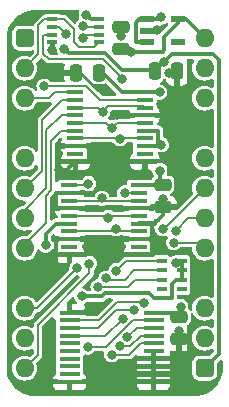
<source format=gtl>
%TF.GenerationSoftware,KiCad,Pcbnew,8.0.2*%
%TF.CreationDate,2024-06-06T09:21:17+02:00*%
%TF.ProjectId,Clock Hold Standard,436c6f63-6b20-4486-9f6c-64205374616e,V0*%
%TF.SameCoordinates,PX54c81a0PY37b6b20*%
%TF.FileFunction,Copper,L1,Top*%
%TF.FilePolarity,Positive*%
%FSLAX46Y46*%
G04 Gerber Fmt 4.6, Leading zero omitted, Abs format (unit mm)*
G04 Created by KiCad (PCBNEW 8.0.2) date 2024-06-06 09:21:17*
%MOMM*%
%LPD*%
G01*
G04 APERTURE LIST*
G04 Aperture macros list*
%AMRoundRect*
0 Rectangle with rounded corners*
0 $1 Rounding radius*
0 $2 $3 $4 $5 $6 $7 $8 $9 X,Y pos of 4 corners*
0 Add a 4 corners polygon primitive as box body*
4,1,4,$2,$3,$4,$5,$6,$7,$8,$9,$2,$3,0*
0 Add four circle primitives for the rounded corners*
1,1,$1+$1,$2,$3*
1,1,$1+$1,$4,$5*
1,1,$1+$1,$6,$7*
1,1,$1+$1,$8,$9*
0 Add four rect primitives between the rounded corners*
20,1,$1+$1,$2,$3,$4,$5,0*
20,1,$1+$1,$4,$5,$6,$7,0*
20,1,$1+$1,$6,$7,$8,$9,0*
20,1,$1+$1,$8,$9,$2,$3,0*%
G04 Aperture macros list end*
%TA.AperFunction,SMDPad,CuDef*%
%ADD10RoundRect,0.250000X-0.475000X0.250000X-0.475000X-0.250000X0.475000X-0.250000X0.475000X0.250000X0*%
%TD*%
%TA.AperFunction,SMDPad,CuDef*%
%ADD11RoundRect,0.250000X-0.250000X-0.475000X0.250000X-0.475000X0.250000X0.475000X-0.250000X0.475000X0*%
%TD*%
%TA.AperFunction,SMDPad,CuDef*%
%ADD12R,1.150000X0.600000*%
%TD*%
%TA.AperFunction,ComponentPad*%
%ADD13RoundRect,0.400000X-0.400000X-0.400000X0.400000X-0.400000X0.400000X0.400000X-0.400000X0.400000X0*%
%TD*%
%TA.AperFunction,ComponentPad*%
%ADD14O,1.600000X1.600000*%
%TD*%
%TA.AperFunction,ComponentPad*%
%ADD15R,1.600000X1.600000*%
%TD*%
%TA.AperFunction,SMDPad,CuDef*%
%ADD16R,0.950000X0.450000*%
%TD*%
%TA.AperFunction,SMDPad,CuDef*%
%ADD17R,1.475000X0.450000*%
%TD*%
%TA.AperFunction,SMDPad,CuDef*%
%ADD18RoundRect,0.250000X0.250000X0.475000X-0.250000X0.475000X-0.250000X-0.475000X0.250000X-0.475000X0*%
%TD*%
%TA.AperFunction,SMDPad,CuDef*%
%ADD19RoundRect,0.250000X0.475000X-0.250000X0.475000X0.250000X-0.475000X0.250000X-0.475000X-0.250000X0*%
%TD*%
%TA.AperFunction,SMDPad,CuDef*%
%ADD20R,0.900000X0.450000*%
%TD*%
%TA.AperFunction,SMDPad,CuDef*%
%ADD21R,1.800000X0.450000*%
%TD*%
%TA.AperFunction,ViaPad*%
%ADD22C,0.800000*%
%TD*%
%TA.AperFunction,Conductor*%
%ADD23C,0.380000*%
%TD*%
%TA.AperFunction,Conductor*%
%ADD24C,0.250000*%
%TD*%
%TA.AperFunction,Conductor*%
%ADD25C,0.200000*%
%TD*%
G04 APERTURE END LIST*
D10*
%TO.P,C4,1*%
%TO.N,/5V*%
X13081000Y-23577000D03*
%TO.P,C4,2*%
%TO.N,/GND*%
X13081000Y-25477000D03*
%TD*%
D11*
%TO.P,C10,1*%
%TO.N,/5V*%
X11004000Y-2794000D03*
%TO.P,C10,2*%
%TO.N,/GND*%
X12904000Y-2794000D03*
%TD*%
D12*
%TO.P,IC1,1,VIN*%
%TO.N,/5V*%
X10384000Y1585000D03*
%TO.P,IC1,2,GND*%
%TO.N,/GND*%
X10384000Y635000D03*
%TO.P,IC1,3,EN*%
%TO.N,/5V*%
X10384000Y-315000D03*
%TO.P,IC1,4,ADJ*%
%TO.N,unconnected-(IC1-ADJ-Pad4)*%
X12984000Y-315000D03*
%TO.P,IC1,5,VOUT*%
%TO.N,/3.3V*%
X12984000Y1585000D03*
%TD*%
D13*
%TO.P,J1,1,Pin_1*%
%TO.N,/5V*%
X0Y0D03*
D14*
%TO.P,J1,2,Pin_2*%
%TO.N,/~{Device RAM}*%
X0Y-2540000D03*
%TO.P,J1,3,Pin_3*%
%TO.N,/~{Device Registers}*%
X0Y-5080000D03*
D15*
%TO.P,J1,4,Pin_4*%
%TO.N,/GND*%
X0Y-7620000D03*
D14*
%TO.P,J1,5,Pin_5*%
%TO.N,/~{Device ROM}*%
X0Y-10160000D03*
%TO.P,J1,6,Pin_6*%
%TO.N,/H2_{REG}*%
X0Y-12700000D03*
%TO.P,J1,7,Pin_7*%
%TO.N,/H1_{REG}*%
X0Y-15240000D03*
%TO.P,J1,8,Pin_8*%
%TO.N,/H0_{REG}*%
X0Y-17780000D03*
D15*
%TO.P,J1,9,Pin_9*%
%TO.N,/GND*%
X0Y-20320000D03*
D14*
%TO.P,J1,10,Pin_10*%
%TO.N,/~{RD}*%
X0Y-22860000D03*
%TO.P,J1,11,Pin_11*%
%TO.N,/~{Device Select}*%
X0Y-25400000D03*
%TO.P,J1,12,Pin_12*%
%TO.N,/~{WD}*%
X0Y-27940000D03*
D13*
%TO.P,J1,13,Pin_13*%
%TO.N,/5V*%
X15240000Y-27940000D03*
D14*
%TO.P,J1,14,Pin_14*%
%TO.N,unconnected-(J1-Pin_14-Pad14)*%
X15240000Y-25400000D03*
%TO.P,J1,15,Pin_15*%
%TO.N,unconnected-(J1-Pin_15-Pad15)*%
X15240000Y-22860000D03*
D15*
%TO.P,J1,16,Pin_16*%
%TO.N,/GND*%
X15240000Y-20320000D03*
D14*
%TO.P,J1,17,Pin_17*%
%TO.N,/H0_{OUT}*%
X15240000Y-17780000D03*
%TO.P,J1,18,Pin_18*%
%TO.N,/H1_{OUT}*%
X15240000Y-15240000D03*
%TO.P,J1,19,Pin_19*%
%TO.N,/H2_{OUT}*%
X15240000Y-12700000D03*
%TO.P,J1,20,Pin_20*%
%TO.N,unconnected-(J1-Pin_20-Pad20)*%
X15240000Y-10160000D03*
D15*
%TO.P,J1,21,Pin_21*%
%TO.N,/GND*%
X15240000Y-7620000D03*
D14*
%TO.P,J1,22,Pin_22*%
%TO.N,unconnected-(J1-Pin_22-Pad22)*%
X15240000Y-5080000D03*
%TO.P,J1,23,Pin_23*%
%TO.N,unconnected-(J1-Pin_23-Pad23)*%
X15240000Y-2540000D03*
%TO.P,J1,24,Pin_24*%
%TO.N,/3.3V*%
X15240000Y0D03*
%TD*%
D16*
%TO.P,IC3,1,1A*%
%TO.N,/~{Device RAM}*%
X2343000Y1610000D03*
%TO.P,IC3,2,1B*%
%TO.N,/~{RD}*%
X2343000Y960000D03*
%TO.P,IC3,3,2Y*%
%TO.N,/~{RAM}+~{WD}*%
X2343000Y310000D03*
%TO.P,IC3,4,GND*%
%TO.N,/GND*%
X2343000Y-340000D03*
%TO.P,IC3,5,2A*%
%TO.N,/~{Device RAM}*%
X6293000Y-340000D03*
%TO.P,IC3,6,2B*%
%TO.N,/~{WD}*%
X6293000Y310000D03*
%TO.P,IC3,7,1Y*%
%TO.N,/~{RAM}+~{RD}*%
X6293000Y960000D03*
%TO.P,IC3,8,3V*%
%TO.N,/3.3V*%
X6293000Y1610000D03*
%TD*%
D17*
%TO.P,IC2,1,~{1OE}*%
%TO.N,/~{RAM}+~{RD}*%
X3793000Y-12442000D03*
%TO.P,IC2,2,1A0*%
%TO.N,/GND*%
X3793000Y-13092000D03*
%TO.P,IC2,3,2Y0*%
%TO.N,/H2*%
X3793000Y-13742000D03*
%TO.P,IC2,4,1A1*%
%TO.N,/GND*%
X3793000Y-14392000D03*
%TO.P,IC2,5,2Y1*%
%TO.N,/H1*%
X3793000Y-15042000D03*
%TO.P,IC2,6,1A2*%
%TO.N,/3.3V*%
X3793000Y-15692000D03*
%TO.P,IC2,7,2Y2*%
%TO.N,/H0*%
X3793000Y-16342000D03*
%TO.P,IC2,8,1A3*%
%TO.N,/GND*%
X3793000Y-16992000D03*
%TO.P,IC2,9,2Y3*%
%TO.N,unconnected-(IC2-2Y3-Pad9)*%
X3793000Y-17642000D03*
%TO.P,IC2,10,GND*%
%TO.N,/GND*%
X3793000Y-18292000D03*
%TO.P,IC2,11,2A3*%
X9669000Y-18292000D03*
%TO.P,IC2,12,1Y3*%
%TO.N,unconnected-(IC2-1Y3-Pad12)*%
X9669000Y-17642000D03*
%TO.P,IC2,13,2A2*%
%TO.N,/GND*%
X9669000Y-16992000D03*
%TO.P,IC2,14,1Y2*%
%TO.N,/H0*%
X9669000Y-16342000D03*
%TO.P,IC2,15,2A1*%
%TO.N,/GND*%
X9669000Y-15692000D03*
%TO.P,IC2,16,1Y1*%
%TO.N,/H1*%
X9669000Y-15042000D03*
%TO.P,IC2,17,2A0*%
%TO.N,/GND*%
X9669000Y-14392000D03*
%TO.P,IC2,18,1Y0*%
%TO.N,/H2*%
X9669000Y-13742000D03*
%TO.P,IC2,19,~{2OE}*%
%TO.N,/~{RAM}+~{WD}*%
X9669000Y-13092000D03*
%TO.P,IC2,20,3V*%
%TO.N,/3.3V*%
X9669000Y-12442000D03*
%TD*%
D18*
%TO.P,C2,1*%
%TO.N,/3.3V*%
X6268000Y-2921000D03*
%TO.P,C2,2*%
%TO.N,/GND*%
X4368000Y-2921000D03*
%TD*%
D19*
%TO.P,C11,1*%
%TO.N,/3.3V*%
X8128000Y-934000D03*
%TO.P,C11,2*%
%TO.N,/GND*%
X8128000Y966000D03*
%TD*%
D17*
%TO.P,IC5,1,~{1OE}*%
%TO.N,/~{Device Registers}*%
X4301000Y-4568000D03*
%TO.P,IC5,2,1A0*%
%TO.N,/H2_{REG}*%
X4301000Y-5218000D03*
%TO.P,IC5,3,2Y0*%
%TO.N,/H2*%
X4301000Y-5868000D03*
%TO.P,IC5,4,1A1*%
%TO.N,/H1_{REG}*%
X4301000Y-6518000D03*
%TO.P,IC5,5,2Y1*%
%TO.N,/H1*%
X4301000Y-7168000D03*
%TO.P,IC5,6,1A2*%
%TO.N,/H0_{REG}*%
X4301000Y-7818000D03*
%TO.P,IC5,7,2Y2*%
%TO.N,/H0*%
X4301000Y-8468000D03*
%TO.P,IC5,8,1A3*%
%TO.N,/GND*%
X4301000Y-9118000D03*
%TO.P,IC5,9,2Y3*%
%TO.N,unconnected-(IC5-2Y3-Pad9)*%
X4301000Y-9768000D03*
%TO.P,IC5,10,GND*%
%TO.N,/GND*%
X4301000Y-10418000D03*
%TO.P,IC5,11,2A3*%
X10177000Y-10418000D03*
%TO.P,IC5,12,1Y3*%
%TO.N,unconnected-(IC5-1Y3-Pad12)*%
X10177000Y-9768000D03*
%TO.P,IC5,13,2A2*%
%TO.N,/3.3V*%
X10177000Y-9118000D03*
%TO.P,IC5,14,1Y2*%
%TO.N,/H0*%
X10177000Y-8468000D03*
%TO.P,IC5,15,2A1*%
%TO.N,/3.3V*%
X10177000Y-7818000D03*
%TO.P,IC5,16,1Y1*%
%TO.N,/H1*%
X10177000Y-7168000D03*
%TO.P,IC5,17,2A0*%
%TO.N,/GND*%
X10177000Y-6518000D03*
%TO.P,IC5,18,1Y0*%
%TO.N,/H2*%
X10177000Y-5868000D03*
%TO.P,IC5,19,~{2OE}*%
%TO.N,/~{Device ROM}*%
X10177000Y-5218000D03*
%TO.P,IC5,20,3V*%
%TO.N,/3.3V*%
X10177000Y-4568000D03*
%TD*%
D20*
%TO.P,RN1,1,R1*%
%TO.N,/H0*%
X11596000Y-18846800D03*
%TO.P,RN1,2,R2*%
%TO.N,/H1*%
X11596000Y-19646800D03*
%TO.P,RN1,3,R3*%
%TO.N,/H2*%
X11596000Y-20446800D03*
%TO.P,RN1,4,R4*%
%TO.N,unconnected-(RN1-R4-Pad4)*%
X11596000Y-21246800D03*
%TO.P,RN1,5,R4*%
%TO.N,unconnected-(RN1-R4-Pad5)*%
X13296000Y-21246800D03*
%TO.P,RN1,6,R3*%
%TO.N,/3.3V*%
X13296000Y-20446800D03*
%TO.P,RN1,7,R2*%
X13296000Y-19646800D03*
%TO.P,RN1,8,R1*%
X13296000Y-18846800D03*
%TD*%
D10*
%TO.P,C1,1*%
%TO.N,/3.3V*%
X11684000Y-12401000D03*
%TO.P,C1,2*%
%TO.N,/GND*%
X11684000Y-14301000D03*
%TD*%
D21*
%TO.P,IC4,1,DIR*%
%TO.N,/GND*%
X3816000Y-23237000D03*
%TO.P,IC4,2,A0*%
%TO.N,/H0_{OUT}*%
X3816000Y-23887000D03*
%TO.P,IC4,3,A1*%
%TO.N,/H1_{OUT}*%
X3816000Y-24537000D03*
%TO.P,IC4,4,A2*%
%TO.N,/H2_{OUT}*%
X3816000Y-25187000D03*
%TO.P,IC4,5,A3*%
%TO.N,unconnected-(IC4-A3-Pad5)*%
X3816000Y-25837000D03*
%TO.P,IC4,6,A4*%
%TO.N,unconnected-(IC4-A4-Pad6)*%
X3816000Y-26487000D03*
%TO.P,IC4,7,A5*%
%TO.N,unconnected-(IC4-A5-Pad7)*%
X3816000Y-27137000D03*
%TO.P,IC4,8,A6*%
%TO.N,unconnected-(IC4-A6-Pad8)*%
X3816000Y-27787000D03*
%TO.P,IC4,9,A7*%
%TO.N,unconnected-(IC4-A7-Pad9)*%
X3816000Y-28437000D03*
%TO.P,IC4,10,GND*%
%TO.N,/GND*%
X3816000Y-29087000D03*
%TO.P,IC4,11,B7*%
X10916000Y-29087000D03*
%TO.P,IC4,12,B6*%
X10916000Y-28437000D03*
%TO.P,IC4,13,B5*%
X10916000Y-27787000D03*
%TO.P,IC4,14,B4*%
X10916000Y-27137000D03*
%TO.P,IC4,15,B3*%
X10916000Y-26487000D03*
%TO.P,IC4,16,B2*%
%TO.N,/H2*%
X10916000Y-25837000D03*
%TO.P,IC4,17,B1*%
%TO.N,/H1*%
X10916000Y-25187000D03*
%TO.P,IC4,18,B0*%
%TO.N,/H0*%
X10916000Y-24537000D03*
%TO.P,IC4,19,~{OE}*%
%TO.N,/~{Device Select}*%
X10916000Y-23887000D03*
%TO.P,IC4,20,5V*%
%TO.N,/5V*%
X10916000Y-23237000D03*
%TD*%
D22*
%TO.N,/5V*%
X3345000Y-889000D03*
X11557000Y1778000D03*
X11817439Y-2046033D03*
X13208000Y-22733000D03*
%TO.N,/GND*%
X11684000Y-13589000D03*
X9017000Y-28321000D03*
X11188750Y731270D03*
X6889402Y-4405139D03*
X2945000Y-11150451D03*
X2354139Y-1023909D03*
X2793998Y-19812000D03*
X2921000Y-3175000D03*
X13081000Y-24765000D03*
X10160000Y-11303000D03*
X5461000Y-22987000D03*
X7826096Y-6468000D03*
X12573000Y-10414000D03*
X12202701Y-2968843D03*
X8128004Y165500D03*
%TO.N,/3.3V*%
X5219634Y1963804D03*
X11433536Y-11208000D03*
X12799068Y-19072000D03*
X4826000Y-21844000D03*
X9017000Y-1143005D03*
X11430000Y-4572000D03*
X1778000Y-17526000D03*
X11557000Y-9017000D03*
%TO.N,/H0_{OUT}*%
X10075933Y-22380000D03*
X12615199Y-17304701D03*
%TO.N,/~{RAM}+~{RD}*%
X4953000Y1000003D03*
X5399000Y-12319000D03*
%TO.N,/H0*%
X8698244Y-25309804D03*
X7747000Y-16129000D03*
X7747000Y-19685000D03*
X8066004Y-8509002D03*
%TO.N,/H1*%
X8075226Y-26092015D03*
X6894561Y-20326448D03*
X7360815Y-7613776D03*
X7065016Y-15182000D03*
%TO.N,/H2*%
X7366000Y-26797000D03*
X6218202Y-21063024D03*
X6539000Y-13555750D03*
X6604000Y-6223000D03*
%TO.N,/~{RAM}+~{WD}*%
X8465016Y-13098934D03*
X8242115Y-3441885D03*
%TO.N,/~{RD}*%
X4445000Y-19431000D03*
X3491000Y381000D03*
%TO.N,/~{WD}*%
X5484494Y-19082000D03*
X4952213Y-784D03*
%TO.N,/H1_{OUT}*%
X9276684Y-23034000D03*
X12806551Y-16299653D03*
%TO.N,/~{Device ROM}*%
X1651000Y-4064000D03*
%TO.N,/H2_{OUT}*%
X11684005Y-16128990D03*
X8294561Y-23733586D03*
%TO.N,/~{Device Select}*%
X5334000Y-26162000D03*
%TD*%
D23*
%TO.N,/5V*%
X10384000Y1585000D02*
X9679000Y1585000D01*
X11364000Y1585000D02*
X11557000Y1778000D01*
X11004000Y-2794000D02*
X11751967Y-2046033D01*
X16430000Y-26750000D02*
X16430000Y-1825000D01*
X8215788Y-2651885D02*
X6833903Y-1270000D01*
X9419000Y1325000D02*
X9419000Y-305000D01*
X12745000Y-23241000D02*
X13081000Y-23577000D01*
X9429000Y-315000D02*
X10384000Y-315000D01*
X12513472Y-1350000D02*
X11817439Y-2046033D01*
X15955000Y-1350000D02*
X12513472Y-1350000D01*
X6833903Y-1270000D02*
X3726000Y-1270000D01*
X13208000Y-23450000D02*
X13208000Y-22733000D01*
X10920000Y-23241000D02*
X12745000Y-23241000D01*
X3726000Y-1270000D02*
X3345000Y-889000D01*
X11751967Y-2046033D02*
X11817439Y-2046033D01*
X9679000Y1585000D02*
X9419000Y1325000D01*
X15240000Y-27940000D02*
X16430000Y-26750000D01*
X10384000Y1585000D02*
X11364000Y1585000D01*
X10861885Y-2651885D02*
X8215788Y-2651885D01*
X9419000Y-305000D02*
X9429000Y-315000D01*
X16430000Y-1825000D02*
X15955000Y-1350000D01*
%TO.N,/GND*%
X12569000Y-29087000D02*
X10916000Y-29087000D01*
X8128000Y966000D02*
X8128000Y165504D01*
X9669000Y-18292000D02*
X3793000Y-18292000D01*
X3793000Y-16992000D02*
X2675500Y-16992000D01*
X9133000Y-28437000D02*
X9017000Y-28321000D01*
X3793000Y-14392000D02*
X9669000Y-14392000D01*
X2665500Y-17002000D02*
X2665500Y-18282000D01*
X11684000Y-14986000D02*
X11684000Y-14301000D01*
X7366000Y-11611521D02*
X7366000Y-10418000D01*
X3568549Y-11150451D02*
X2945000Y-11150451D01*
X5428500Y-9153000D02*
X5393500Y-9118000D01*
X10160000Y-11303000D02*
X10160000Y-10435000D01*
X13081000Y-25477000D02*
X13081000Y-24765000D01*
X11593000Y-14392000D02*
X9669000Y-14392000D01*
X15240000Y-20320000D02*
X15240000Y-19558000D01*
X12573000Y-10287000D02*
X15240000Y-7620000D01*
X3816000Y-23237000D02*
X5211000Y-23237000D01*
X5853806Y-13123715D02*
X7366000Y-11611521D01*
X5428500Y-10408000D02*
X5428500Y-9153000D01*
X10916000Y-28437000D02*
X10916000Y-27787000D01*
X5393500Y-9118000D02*
X4301000Y-9118000D01*
D24*
X4699000Y-2921000D02*
X6183139Y-4405139D01*
D23*
X2343000Y-1012770D02*
X2354139Y-1023909D01*
X2675500Y-14392000D02*
X2665500Y-14382000D01*
X7876096Y-6518000D02*
X7826096Y-6468000D01*
X2675500Y-16992000D02*
X2665500Y-17002000D01*
X2285998Y-20320000D02*
X2793998Y-19812000D01*
X10916000Y-26487000D02*
X10916000Y-27137000D01*
X9669000Y-16992000D02*
X10786500Y-16992000D01*
X10916000Y-27787000D02*
X10916000Y-27137000D01*
X10384000Y635000D02*
X11092480Y635000D01*
X13843000Y-18161000D02*
X10917500Y-18161000D01*
X4301000Y-10418000D02*
X3568549Y-11150451D01*
X10796500Y-16982000D02*
X10796500Y-18282000D01*
X10796500Y-18282000D02*
X10786500Y-18292000D01*
X3816000Y-29087000D02*
X10916000Y-29087000D01*
X11092480Y635000D02*
X11188750Y731270D01*
X12904000Y-5284000D02*
X12904000Y-2794000D01*
X12377544Y-2794000D02*
X12202701Y-2968843D01*
X5418500Y-10418000D02*
X5428500Y-10408000D01*
X11684000Y-14301000D02*
X11684000Y-13589000D01*
X10916000Y-28437000D02*
X9133000Y-28437000D01*
X10917500Y-18161000D02*
X10796500Y-18282000D01*
X10177000Y-6518000D02*
X7876096Y-6518000D01*
X3175000Y-2921000D02*
X2921000Y-3175000D01*
X2675500Y-18292000D02*
X2675500Y-19693502D01*
X8128000Y165504D02*
X8128004Y165500D01*
X10177000Y-10418000D02*
X12442000Y-10418000D01*
X2675500Y-18292000D02*
X3793000Y-18292000D01*
X2700500Y-13092000D02*
X3793000Y-13092000D01*
X10796500Y-16982000D02*
X10796500Y-15873500D01*
X2665500Y-18282000D02*
X2675500Y-18292000D01*
X2665500Y-13127000D02*
X2700500Y-13092000D01*
X5211000Y-23237000D02*
X5461000Y-22987000D01*
X0Y-20320000D02*
X2285998Y-20320000D01*
X13081000Y-25477000D02*
X13081000Y-28575000D01*
X10786500Y-18292000D02*
X9669000Y-18292000D01*
X2665500Y-14382000D02*
X2665500Y-13127000D01*
X10796500Y-15873500D02*
X10978000Y-15692000D01*
X7366000Y-10418000D02*
X10177000Y-10418000D01*
X3824715Y-13123715D02*
X5853806Y-13123715D01*
X12442000Y-10418000D02*
X12446000Y-10414000D01*
X12904000Y-2794000D02*
X12377544Y-2794000D01*
X4301000Y-10418000D02*
X5418500Y-10418000D01*
X12446000Y-10414000D02*
X12573000Y-10414000D01*
D24*
X6183139Y-4405139D02*
X6889402Y-4405139D01*
D23*
X3793000Y-14392000D02*
X2675500Y-14392000D01*
X2675500Y-19693502D02*
X2793998Y-19812000D01*
X10786500Y-16992000D02*
X10796500Y-16982000D01*
X4368000Y-2921000D02*
X3175000Y-2921000D01*
X15240000Y-19558000D02*
X13843000Y-18161000D01*
X9669000Y-15692000D02*
X10978000Y-15692000D01*
X10978000Y-15692000D02*
X11684000Y-14986000D01*
X10916000Y-29087000D02*
X10916000Y-28437000D01*
X5418500Y-10418000D02*
X7366000Y-10418000D01*
X12573000Y-10414000D02*
X12573000Y-10287000D01*
X13081000Y-28575000D02*
X12569000Y-29087000D01*
X15240000Y-7620000D02*
X12904000Y-5284000D01*
X3793000Y-16992000D02*
X9669000Y-16992000D01*
X2343000Y-340000D02*
X2343000Y-1012770D01*
%TO.N,/3.3V*%
X11811000Y127000D02*
X11811000Y-1005000D01*
X13296000Y-18846800D02*
X13296000Y-19646800D01*
X6545431Y-21853024D02*
X6808455Y-21590000D01*
X12446000Y-21958800D02*
X12446000Y-20847800D01*
X12446000Y-20847800D02*
X12847000Y-20446800D01*
X3793000Y-15692000D02*
X2675500Y-15692000D01*
X13655000Y1585000D02*
X15240000Y0D01*
X4826000Y-21844000D02*
X4835024Y-21853024D01*
X13296000Y-18846800D02*
X13070800Y-19072000D01*
X12984000Y1585000D02*
X13655000Y1585000D01*
X11672995Y-1143005D02*
X9017000Y-1143005D01*
X8251000Y-4568000D02*
X10177000Y-4568000D01*
X8807995Y-934000D02*
X9017000Y-1143005D01*
X13296000Y-19646800D02*
X13296000Y-20446800D01*
X11294500Y-7818000D02*
X11304500Y-7828000D01*
X9669000Y-12442000D02*
X11643000Y-12442000D01*
X6808455Y-21590000D02*
X10541000Y-21590000D01*
X11294500Y-9118000D02*
X10177000Y-9118000D01*
X6604000Y-2921000D02*
X8251000Y-4568000D01*
X13070800Y-19072000D02*
X12799068Y-19072000D01*
X5573438Y1610000D02*
X6293000Y1610000D01*
X2675500Y-15692000D02*
X1778000Y-16589500D01*
X12847000Y-20446800D02*
X13296000Y-20446800D01*
X12984000Y1585000D02*
X12984000Y1300000D01*
X12984000Y1300000D02*
X11811000Y127000D01*
X4835024Y-21853024D02*
X6545431Y-21853024D01*
X5219634Y1963804D02*
X5573438Y1610000D01*
X11811000Y-1005000D02*
X11672995Y-1143005D01*
X11433536Y-12150536D02*
X11433536Y-11208000D01*
X1778000Y-16589500D02*
X1778000Y-17526000D01*
X6268000Y-2921000D02*
X6604000Y-2921000D01*
X10177000Y-7818000D02*
X11294500Y-7818000D01*
X11304500Y-7828000D02*
X11304500Y-9108000D01*
X8128000Y-934000D02*
X8807995Y-934000D01*
X11430000Y-4572000D02*
X10181000Y-4572000D01*
X10541000Y-21590000D02*
X10909800Y-21958800D01*
X11304500Y-9108000D02*
X11294500Y-9118000D01*
X10909800Y-21958800D02*
X12446000Y-21958800D01*
D25*
%TO.N,/H0_{OUT}*%
X3816000Y-23887000D02*
X6269964Y-23887000D01*
X7822964Y-22334000D02*
X10029933Y-22334000D01*
X14764701Y-17304701D02*
X12615199Y-17304701D01*
X10029933Y-22334000D02*
X10075933Y-22380000D01*
X6269964Y-23887000D02*
X7822964Y-22334000D01*
%TO.N,/~{RAM}+~{RD}*%
X3793000Y-12442000D02*
X5276000Y-12442000D01*
X4993003Y960000D02*
X4953000Y1000003D01*
X5276000Y-12442000D02*
X5399000Y-12319000D01*
X6293000Y960000D02*
X4993003Y960000D01*
%TO.N,/H0*%
X3793000Y-16342000D02*
X7534000Y-16342000D01*
X10916000Y-24537000D02*
X9471048Y-24537000D01*
X9669000Y-16342000D02*
X7960000Y-16342000D01*
X11596000Y-18846800D02*
X8585200Y-18846800D01*
X7534000Y-16342000D02*
X7747000Y-16129000D01*
X10177000Y-8468000D02*
X8107006Y-8468000D01*
X7960000Y-16342000D02*
X7747000Y-16129000D01*
X8025002Y-8468000D02*
X8066004Y-8509002D01*
X8107006Y-8468000D02*
X8066004Y-8509002D01*
X4301000Y-8468000D02*
X8025002Y-8468000D01*
X8585200Y-18846800D02*
X7747000Y-19685000D01*
X9471048Y-24537000D02*
X8698244Y-25309804D01*
%TO.N,/H1*%
X7806591Y-7168000D02*
X7360815Y-7613776D01*
X9283150Y-19646800D02*
X8483950Y-20446000D01*
X6915039Y-7168000D02*
X7360815Y-7613776D01*
X10916000Y-25187000D02*
X9816000Y-25187000D01*
X7014113Y-20446000D02*
X6894561Y-20326448D01*
X6925016Y-15042000D02*
X7065016Y-15182000D01*
X11596000Y-19646800D02*
X9283150Y-19646800D01*
X10177000Y-7168000D02*
X7806591Y-7168000D01*
X8483950Y-20446000D02*
X7014113Y-20446000D01*
X4301000Y-7168000D02*
X6915039Y-7168000D01*
X3793000Y-15042000D02*
X6925016Y-15042000D01*
X7205016Y-15042000D02*
X7065016Y-15182000D01*
X8910985Y-26092015D02*
X8075226Y-26092015D01*
X9816000Y-25187000D02*
X8910985Y-26092015D01*
X9669000Y-15042000D02*
X7205016Y-15042000D01*
%TO.N,/H2*%
X6295816Y-13798934D02*
X6539000Y-13555750D01*
X9816000Y-25837000D02*
X8856000Y-26797000D01*
X9328886Y-20446800D02*
X8712662Y-21063024D01*
X10916000Y-25837000D02*
X9816000Y-25837000D01*
X7059000Y-5768000D02*
X6604000Y-6223000D01*
X11596000Y-20446800D02*
X9328886Y-20446800D01*
X6249000Y-5868000D02*
X6604000Y-6223000D01*
X3865934Y-13798934D02*
X6295816Y-13798934D01*
X8856000Y-26797000D02*
X7366000Y-26797000D01*
X9612066Y-13798934D02*
X6782184Y-13798934D01*
X10077000Y-5768000D02*
X7059000Y-5768000D01*
X4301000Y-5868000D02*
X6249000Y-5868000D01*
X6782184Y-13798934D02*
X6539000Y-13555750D01*
X8712662Y-21063024D02*
X6218202Y-21063024D01*
%TO.N,/~{RAM}+~{WD}*%
X8471950Y-13092000D02*
X8465016Y-13098934D01*
X6648939Y-1778000D02*
X8242115Y-3371176D01*
X9669000Y-13092000D02*
X8471950Y-13092000D01*
X1568000Y-1314000D02*
X2032000Y-1778000D01*
X1668000Y310000D02*
X1568000Y210000D01*
X8242115Y-3371176D02*
X8242115Y-3441885D01*
X2343000Y310000D02*
X1668000Y310000D01*
X2032000Y-1778000D02*
X6648939Y-1778000D01*
X1568000Y210000D02*
X1568000Y-1314000D01*
%TO.N,/~{Device Registers}*%
X2032000Y-5080000D02*
X2544000Y-4568000D01*
X0Y-5080000D02*
X2032000Y-5080000D01*
X2544000Y-4568000D02*
X4301000Y-4568000D01*
%TO.N,/~{RD}*%
X4445000Y-19431000D02*
X1016000Y-22860000D01*
X1016000Y-22860000D02*
X0Y-22860000D01*
X2912000Y960000D02*
X3491000Y381000D01*
X2343000Y960000D02*
X2912000Y960000D01*
%TO.N,/~{WD}*%
X0Y-27940000D02*
X1100000Y-26840000D01*
X1100000Y-24300000D02*
X5484494Y-19915506D01*
X1100000Y-26840000D02*
X1100000Y-24300000D01*
X5484494Y-19915506D02*
X5484494Y-19082000D01*
X5262997Y310000D02*
X4952213Y-784D01*
X6293000Y310000D02*
X5262997Y310000D01*
%TO.N,/H1_{OUT}*%
X15240000Y-15240000D02*
X13866204Y-15240000D01*
X6223050Y-24537000D02*
X7726050Y-23034000D01*
X7726050Y-23034000D02*
X9276684Y-23034000D01*
X13866204Y-15240000D02*
X12806551Y-16299653D01*
X3816000Y-24537000D02*
X6223050Y-24537000D01*
%TO.N,/~{Device RAM}*%
X3343000Y1610000D02*
X2343000Y1610000D01*
X1668000Y1610000D02*
X2343000Y1610000D01*
X6293000Y-340000D02*
X5871000Y-762000D01*
X1168000Y-1372000D02*
X1168000Y1110000D01*
X4191000Y-351791D02*
X4191000Y762000D01*
X5871000Y-762000D02*
X4601209Y-762000D01*
X4191000Y762000D02*
X3343000Y1610000D01*
X1168000Y1110000D02*
X1668000Y1610000D01*
X0Y-2540000D02*
X1168000Y-1372000D01*
X4601209Y-762000D02*
X4191000Y-351791D01*
%TO.N,/~{Device ROM}*%
X5219960Y-4043000D02*
X1672000Y-4043000D01*
X10177000Y-5218000D02*
X6394960Y-5218000D01*
X1672000Y-4043000D02*
X1651000Y-4064000D01*
X6394960Y-5218000D02*
X5219960Y-4043000D01*
%TO.N,/H2_{OUT}*%
X11811010Y-16128990D02*
X11684005Y-16128990D01*
X3816000Y-25187000D02*
X6841147Y-25187000D01*
X6841147Y-25187000D02*
X8294561Y-23733586D01*
X15240000Y-12700000D02*
X11811010Y-16128990D01*
%TO.N,/~{Device Select}*%
X6856098Y-26162000D02*
X5334000Y-26162000D01*
X9131098Y-23887000D02*
X6856098Y-26162000D01*
X10916000Y-23887000D02*
X9131098Y-23887000D01*
%TO.N,/H2_{REG}*%
X3164000Y-5218000D02*
X4301000Y-5218000D01*
X0Y-12700000D02*
X1445000Y-11255000D01*
X1445000Y-11255000D02*
X1445000Y-6937000D01*
X1445000Y-6937000D02*
X3164000Y-5218000D01*
%TO.N,/H1_{REG}*%
X3134000Y-6518000D02*
X1845000Y-7807000D01*
X0Y-14533850D02*
X0Y-15240000D01*
X1845000Y-7807000D02*
X1845000Y-12688850D01*
X1845000Y-12688850D02*
X0Y-14533850D01*
X4301000Y-6518000D02*
X3134000Y-6518000D01*
%TO.N,/H0_{REG}*%
X2245000Y-8677000D02*
X2245000Y-12854536D01*
X1778000Y-15684500D02*
X0Y-17462500D01*
X3104000Y-7818000D02*
X2245000Y-8677000D01*
X4301000Y-7818000D02*
X3104000Y-7818000D01*
X2245000Y-12854536D02*
X1778000Y-13321536D01*
X1778000Y-13321536D02*
X1778000Y-15684500D01*
%TD*%
%TA.AperFunction,Conductor*%
%TO.N,/GND*%
G36*
X1524000Y1931585D02*
G01*
X1452791Y1890473D01*
X1452786Y1890469D01*
X887529Y1325212D01*
X863383Y1283387D01*
X863381Y1283385D01*
X841388Y1245294D01*
X841387Y1245291D01*
X817500Y1156144D01*
X817500Y1121255D01*
X797815Y1054216D01*
X745011Y1008461D01*
X675853Y998517D01*
X658905Y1002179D01*
X502573Y1047598D01*
X502567Y1047599D01*
X465701Y1050500D01*
X465694Y1050500D01*
X-465694Y1050500D01*
X-465702Y1050500D01*
X-502568Y1047599D01*
X-502574Y1047598D01*
X-660394Y1001746D01*
X-660397Y1001745D01*
X-801863Y918083D01*
X-801871Y918077D01*
X-918077Y801871D01*
X-918083Y801863D01*
X-1001745Y660397D01*
X-1001746Y660394D01*
X-1047598Y502574D01*
X-1047599Y502568D01*
X-1050500Y465702D01*
X-1050500Y-465701D01*
X-1047599Y-502567D01*
X-1047598Y-502573D01*
X-1001746Y-660393D01*
X-1001745Y-660396D01*
X-918083Y-801862D01*
X-918077Y-801870D01*
X-801871Y-918076D01*
X-801867Y-918079D01*
X-801865Y-918081D01*
X-660398Y-1001744D01*
X-658904Y-1002178D01*
X-502574Y-1047597D01*
X-502571Y-1047597D01*
X-502569Y-1047598D01*
X-465694Y-1050500D01*
X-465686Y-1050500D01*
X465686Y-1050500D01*
X465694Y-1050500D01*
X502569Y-1047598D01*
X502571Y-1047597D01*
X502573Y-1047597D01*
X658905Y-1002178D01*
X728774Y-1002377D01*
X787444Y-1040319D01*
X816288Y-1103957D01*
X817500Y-1121254D01*
X817500Y-1175455D01*
X797815Y-1242494D01*
X781181Y-1263136D01*
X514508Y-1529808D01*
X453185Y-1563293D01*
X390833Y-1560788D01*
X205934Y-1504700D01*
X205932Y-1504699D01*
X205934Y-1504699D01*
X0Y-1484417D01*
X-205933Y-1504699D01*
X-381308Y-1557898D01*
X-399091Y-1563293D01*
X-403957Y-1564769D01*
X-514102Y-1623643D01*
X-586450Y-1662315D01*
X-586452Y-1662316D01*
X-586453Y-1662317D01*
X-746411Y-1793589D01*
X-877683Y-1953547D01*
X-975231Y-2136043D01*
X-1035301Y-2334067D01*
X-1055583Y-2540000D01*
X-1035301Y-2745932D01*
X-1035300Y-2745934D01*
X-975232Y-2943954D01*
X-877685Y-3126450D01*
X-877683Y-3126452D01*
X-746411Y-3286410D01*
X-649791Y-3365702D01*
X-586450Y-3417685D01*
X-403954Y-3515232D01*
X-205934Y-3575300D01*
X-205935Y-3575300D01*
X-187471Y-3577118D01*
X0Y-3595583D01*
X205934Y-3575300D01*
X403954Y-3515232D01*
X586450Y-3417685D01*
X746410Y-3286410D01*
X877685Y-3126450D01*
X975232Y-2943954D01*
X1035300Y-2745934D01*
X1055583Y-2540000D01*
X1035300Y-2334066D01*
X979210Y-2149163D01*
X978588Y-2079298D01*
X1010189Y-2025491D01*
X1309321Y-1726359D01*
X1370641Y-1692877D01*
X1440333Y-1697861D01*
X1484680Y-1726362D01*
X1524000Y-1765682D01*
X1524000Y-3425333D01*
X1418634Y-3451303D01*
X1278762Y-3524715D01*
X1160516Y-3629471D01*
X1070781Y-3759475D01*
X1070780Y-3759476D01*
X1014762Y-3907181D01*
X995722Y-4063999D01*
X995722Y-4064000D01*
X1014763Y-4220818D01*
X1056399Y-4330604D01*
X1061766Y-4400267D01*
X1028618Y-4461773D01*
X967480Y-4495595D01*
X897762Y-4490993D01*
X844603Y-4453239D01*
X746410Y-4333589D01*
X586452Y-4202317D01*
X586453Y-4202317D01*
X586450Y-4202315D01*
X403954Y-4104768D01*
X205934Y-4044700D01*
X205932Y-4044699D01*
X205934Y-4044699D01*
X0Y-4024417D01*
X-205933Y-4044699D01*
X-403957Y-4104769D01*
X-514102Y-4163643D01*
X-586450Y-4202315D01*
X-586452Y-4202316D01*
X-586453Y-4202317D01*
X-746411Y-4333589D01*
X-875587Y-4490993D01*
X-877685Y-4493550D01*
X-916357Y-4565898D01*
X-975231Y-4676043D01*
X-1035301Y-4874067D01*
X-1055583Y-5080000D01*
X-1035301Y-5285932D01*
X-1035300Y-5285934D01*
X-975232Y-5483954D01*
X-877685Y-5666450D01*
X-877683Y-5666452D01*
X-746411Y-5826410D01*
X-649791Y-5905702D01*
X-586450Y-5957685D01*
X-403954Y-6055232D01*
X-205934Y-6115300D01*
X-205935Y-6115300D01*
X-187471Y-6117118D01*
X0Y-6135583D01*
X205934Y-6115300D01*
X403954Y-6055232D01*
X586450Y-5957685D01*
X746410Y-5826410D01*
X877685Y-5666450D01*
X968769Y-5496046D01*
X1017732Y-5446202D01*
X1078127Y-5430500D01*
X1524000Y-5430500D01*
X1524000Y-6362317D01*
X1164531Y-6721786D01*
X1164527Y-6721791D01*
X1118387Y-6801709D01*
X1118386Y-6801712D01*
X1094500Y-6890856D01*
X1094500Y-9491182D01*
X1074815Y-9558221D01*
X1022011Y-9603976D01*
X952853Y-9613920D01*
X889297Y-9584895D01*
X874647Y-9569847D01*
X746410Y-9413590D01*
X586452Y-9282317D01*
X586453Y-9282317D01*
X586450Y-9282315D01*
X403954Y-9184768D01*
X205934Y-9124700D01*
X205932Y-9124699D01*
X205934Y-9124699D01*
X0Y-9104417D01*
X-205933Y-9124699D01*
X-403957Y-9184769D01*
X-514102Y-9243643D01*
X-586450Y-9282315D01*
X-586452Y-9282316D01*
X-586453Y-9282317D01*
X-746411Y-9413589D01*
X-877683Y-9573547D01*
X-975231Y-9756043D01*
X-1035301Y-9954067D01*
X-1055583Y-10160000D01*
X-1035301Y-10365932D01*
X-1035300Y-10365934D01*
X-975232Y-10563954D01*
X-877685Y-10746450D01*
X-877683Y-10746452D01*
X-746411Y-10906410D01*
X-649791Y-10985702D01*
X-586450Y-11037685D01*
X-403954Y-11135232D01*
X-205934Y-11195300D01*
X-205935Y-11195300D01*
X-187471Y-11197118D01*
X0Y-11215583D01*
X205934Y-11195300D01*
X403954Y-11135232D01*
X586450Y-11037685D01*
X746410Y-10906410D01*
X874646Y-10750152D01*
X932392Y-10710818D01*
X1002237Y-10708947D01*
X1062005Y-10745134D01*
X1092721Y-10807890D01*
X1094500Y-10828817D01*
X1094500Y-11058455D01*
X1074815Y-11125494D01*
X1058181Y-11146136D01*
X514508Y-11689808D01*
X453185Y-11723293D01*
X390833Y-11720788D01*
X205934Y-11664700D01*
X205932Y-11664699D01*
X205934Y-11664699D01*
X0Y-11644417D01*
X-205933Y-11664699D01*
X-381308Y-11717898D01*
X-399091Y-11723293D01*
X-403957Y-11724769D01*
X-514102Y-11783643D01*
X-586450Y-11822315D01*
X-586452Y-11822316D01*
X-586453Y-11822317D01*
X-746411Y-11953589D01*
X-877683Y-12113547D01*
X-975231Y-12296043D01*
X-1035301Y-12494067D01*
X-1055583Y-12700000D01*
X-1035301Y-12905932D01*
X-1035300Y-12905934D01*
X-975232Y-13103954D01*
X-877685Y-13286450D01*
X-877683Y-13286452D01*
X-746411Y-13446410D01*
X-649791Y-13525702D01*
X-586450Y-13577685D01*
X-403954Y-13675232D01*
X-205934Y-13735300D01*
X-205935Y-13735300D01*
X-186484Y-13737215D01*
X-3663Y-13755222D01*
X61121Y-13781382D01*
X101480Y-13838416D01*
X104597Y-13908216D01*
X71861Y-13966305D01*
X-130855Y-14169021D01*
X-192178Y-14202506D01*
X-205304Y-14204574D01*
X-205931Y-14204699D01*
X-403957Y-14264769D01*
X-514102Y-14323643D01*
X-586450Y-14362315D01*
X-586452Y-14362316D01*
X-586453Y-14362317D01*
X-746411Y-14493589D01*
X-877683Y-14653547D01*
X-975231Y-14836043D01*
X-1035301Y-15034067D01*
X-1055583Y-15240000D01*
X-1035301Y-15445932D01*
X-1035300Y-15445934D01*
X-975232Y-15643954D01*
X-877685Y-15826450D01*
X-872186Y-15833150D01*
X-746411Y-15986410D01*
X-649791Y-16065702D01*
X-586450Y-16117685D01*
X-403954Y-16215232D01*
X-205934Y-16275300D01*
X-205935Y-16275300D01*
X-187471Y-16277118D01*
X0Y-16295583D01*
X205934Y-16275300D01*
X403954Y-16215232D01*
X413526Y-16210115D01*
X481925Y-16195870D01*
X547171Y-16220867D01*
X588544Y-16277169D01*
X592911Y-16346902D01*
X559664Y-16407152D01*
X262136Y-16704680D01*
X200813Y-16738165D01*
X162301Y-16740402D01*
X0Y-16724417D01*
X-205933Y-16744699D01*
X-403957Y-16804769D01*
X-514102Y-16863643D01*
X-586450Y-16902315D01*
X-586452Y-16902316D01*
X-586453Y-16902317D01*
X-746411Y-17033589D01*
X-877683Y-17193547D01*
X-975231Y-17376043D01*
X-1035301Y-17574067D01*
X-1055583Y-17780000D01*
X-1035301Y-17985932D01*
X-1035300Y-17985934D01*
X-975232Y-18183954D01*
X-877685Y-18366450D01*
X-877683Y-18366452D01*
X-746411Y-18526410D01*
X-649791Y-18605702D01*
X-586450Y-18657685D01*
X-403954Y-18755232D01*
X-205934Y-18815300D01*
X-205935Y-18815300D01*
X-187471Y-18817118D01*
X0Y-18835583D01*
X205934Y-18815300D01*
X403954Y-18755232D01*
X586450Y-18657685D01*
X746410Y-18526410D01*
X877685Y-18366450D01*
X975232Y-18183954D01*
X1035300Y-17985934D01*
X1035808Y-17980778D01*
X1061968Y-17915990D01*
X1119003Y-17875631D01*
X1188803Y-17872514D01*
X1249208Y-17907628D01*
X1261261Y-17922492D01*
X1287514Y-17960527D01*
X1287516Y-17960529D01*
X1287517Y-17960530D01*
X1405760Y-18065283D01*
X1405762Y-18065284D01*
X1524000Y-18127341D01*
X1524000Y-21856316D01*
X1075704Y-22304612D01*
X1014381Y-22338097D01*
X944689Y-22333113D01*
X888756Y-22291241D01*
X878670Y-22275394D01*
X877685Y-22273550D01*
X877682Y-22273547D01*
X877681Y-22273544D01*
X746410Y-22113589D01*
X586452Y-21982317D01*
X586453Y-21982317D01*
X586450Y-21982315D01*
X403954Y-21884768D01*
X205934Y-21824700D01*
X205932Y-21824699D01*
X205934Y-21824699D01*
X0Y-21804417D01*
X-205933Y-21824699D01*
X-403957Y-21884769D01*
X-514102Y-21943643D01*
X-586450Y-21982315D01*
X-586452Y-21982316D01*
X-586453Y-21982317D01*
X-746411Y-22113589D01*
X-877683Y-22273547D01*
X-975231Y-22456043D01*
X-1035301Y-22654067D01*
X-1055583Y-22860000D01*
X-1035301Y-23065932D01*
X-1005266Y-23164944D01*
X-975232Y-23263954D01*
X-877685Y-23446450D01*
X-877683Y-23446452D01*
X-746411Y-23606410D01*
X-649791Y-23685702D01*
X-586450Y-23737685D01*
X-403954Y-23835232D01*
X-205934Y-23895300D01*
X-205935Y-23895300D01*
X-187471Y-23897118D01*
X0Y-23915583D01*
X205934Y-23895300D01*
X403954Y-23835232D01*
X586450Y-23737685D01*
X746410Y-23606410D01*
X877685Y-23446450D01*
X969364Y-23274931D01*
X1018326Y-23225089D01*
X1054435Y-23213130D01*
X1054294Y-23212603D01*
X1062142Y-23210500D01*
X1062144Y-23210500D01*
X1151288Y-23186614D01*
X1231212Y-23140470D01*
X1524000Y-22847681D01*
X1524000Y-23380317D01*
X819531Y-24084786D01*
X819527Y-24084791D01*
X773387Y-24164709D01*
X773386Y-24164712D01*
X749500Y-24253856D01*
X749500Y-24402585D01*
X729815Y-24469624D01*
X677011Y-24515379D01*
X607853Y-24525323D01*
X567047Y-24511943D01*
X403958Y-24424769D01*
X304944Y-24394734D01*
X205934Y-24364700D01*
X205932Y-24364699D01*
X205934Y-24364699D01*
X0Y-24344417D01*
X-205933Y-24364699D01*
X-403957Y-24424769D01*
X-442146Y-24445182D01*
X-586450Y-24522315D01*
X-586452Y-24522316D01*
X-586453Y-24522317D01*
X-746411Y-24653589D01*
X-877683Y-24813547D01*
X-975231Y-24996043D01*
X-1035301Y-25194067D01*
X-1055583Y-25400000D01*
X-1035301Y-25605932D01*
X-1035300Y-25605934D01*
X-975232Y-25803954D01*
X-877685Y-25986450D01*
X-877683Y-25986452D01*
X-746411Y-26146410D01*
X-649791Y-26225702D01*
X-586450Y-26277685D01*
X-403954Y-26375232D01*
X-205934Y-26435300D01*
X-205935Y-26435300D01*
X-187471Y-26437118D01*
X0Y-26455583D01*
X205934Y-26435300D01*
X403954Y-26375232D01*
X567048Y-26288055D01*
X635449Y-26273814D01*
X700693Y-26298814D01*
X742064Y-26355118D01*
X749500Y-26397414D01*
X749500Y-26643455D01*
X729815Y-26710494D01*
X713181Y-26731136D01*
X514508Y-26929808D01*
X453185Y-26963293D01*
X390833Y-26960788D01*
X205934Y-26904700D01*
X205932Y-26904699D01*
X205934Y-26904699D01*
X0Y-26884417D01*
X-205933Y-26904699D01*
X-381308Y-26957898D01*
X-399091Y-26963293D01*
X-403957Y-26964769D01*
X-514102Y-27023643D01*
X-586450Y-27062315D01*
X-586452Y-27062316D01*
X-586453Y-27062317D01*
X-746411Y-27193589D01*
X-877683Y-27353547D01*
X-975231Y-27536043D01*
X-1035301Y-27734067D01*
X-1055583Y-27940000D01*
X-1035301Y-28145932D01*
X-1035300Y-28145934D01*
X-975232Y-28343954D01*
X-877685Y-28526450D01*
X-877683Y-28526452D01*
X-746411Y-28686410D01*
X-649791Y-28765702D01*
X-586450Y-28817685D01*
X-403954Y-28915232D01*
X-205934Y-28975300D01*
X-205935Y-28975300D01*
X-187471Y-28977118D01*
X0Y-28995583D01*
X205934Y-28975300D01*
X403954Y-28915232D01*
X586450Y-28817685D01*
X746410Y-28686410D01*
X877685Y-28526450D01*
X975232Y-28343954D01*
X1035300Y-28145934D01*
X1055583Y-27940000D01*
X1035300Y-27734066D01*
X979210Y-27549163D01*
X978588Y-27479298D01*
X1010189Y-27425491D01*
X1380470Y-27055212D01*
X1426614Y-26975288D01*
X1429433Y-26964768D01*
X1430500Y-26960788D01*
X1438800Y-26929808D01*
X1450500Y-26886144D01*
X1450500Y-24496544D01*
X1470185Y-24429505D01*
X1486819Y-24408863D01*
X1524000Y-24371682D01*
X1524000Y-30303232D01*
X839477Y-30303232D01*
X831992Y-30303006D01*
X558355Y-30286458D01*
X543490Y-30284653D01*
X277546Y-30235920D01*
X263006Y-30232337D01*
X4865Y-30151899D01*
X-9135Y-30146589D01*
X-255693Y-30035625D01*
X-268946Y-30028670D01*
X-500348Y-29888786D01*
X-512660Y-29880286D01*
X-725491Y-29713546D01*
X-736700Y-29703617D01*
X-927895Y-29512425D01*
X-937824Y-29501217D01*
X-1104569Y-29288385D01*
X-1113075Y-29276062D01*
X-1252958Y-29044671D01*
X-1259906Y-29031435D01*
X-1370889Y-28784842D01*
X-1376190Y-28770862D01*
X-1387622Y-28734177D01*
X-1456631Y-28512720D01*
X-1460213Y-28498187D01*
X-1508950Y-28232236D01*
X-1510755Y-28217372D01*
X-1527274Y-27944281D01*
X-1527500Y-27936794D01*
X-1527500Y-3750D01*
X-1527274Y3737D01*
X-1510722Y277369D01*
X-1508917Y292233D01*
X-1460181Y558179D01*
X-1456597Y572719D01*
X-1439243Y628409D01*
X-1376155Y830864D01*
X-1370856Y844836D01*
X-1259882Y1091409D01*
X-1252933Y1104650D01*
X-1113044Y1336051D01*
X-1104549Y1348359D01*
X-937793Y1561204D01*
X-927880Y1572394D01*
X-736675Y1763597D01*
X-725483Y1773512D01*
X-512629Y1940270D01*
X-500324Y1948763D01*
X-268924Y2088646D01*
X-255693Y2095590D01*
X-9118Y2206562D01*
X4875Y2211868D01*
X263017Y2292306D01*
X277554Y2295889D01*
X543499Y2344622D01*
X558353Y2346426D01*
X832521Y2363007D01*
X840006Y2363232D01*
X891005Y2363232D01*
X891262Y2363256D01*
X1524000Y2363521D01*
X1524000Y1931585D01*
G37*
%TD.AperFunction*%
%TD*%
%TA.AperFunction,Conductor*%
%TO.N,/GND*%
G36*
X14261702Y-23275632D02*
G01*
X14289855Y-23310889D01*
X14362315Y-23446450D01*
X14362317Y-23446452D01*
X14493589Y-23606410D01*
X14590209Y-23685702D01*
X14653550Y-23737685D01*
X14836046Y-23835232D01*
X15034066Y-23895300D01*
X15034065Y-23895300D01*
X15052529Y-23897118D01*
X15240000Y-23915583D01*
X15445934Y-23895300D01*
X15643954Y-23835232D01*
X15807048Y-23748055D01*
X15875449Y-23733814D01*
X15940693Y-23758814D01*
X15982064Y-23815118D01*
X15989500Y-23857414D01*
X15989500Y-24402585D01*
X15969815Y-24469624D01*
X15917011Y-24515379D01*
X15847853Y-24525323D01*
X15807047Y-24511943D01*
X15643958Y-24424769D01*
X15544944Y-24394734D01*
X15445934Y-24364700D01*
X15445932Y-24364699D01*
X15445934Y-24364699D01*
X15240000Y-24344417D01*
X15034067Y-24364699D01*
X14836043Y-24424769D01*
X14752127Y-24469624D01*
X14653550Y-24522315D01*
X14653548Y-24522316D01*
X14653547Y-24522317D01*
X14493589Y-24653589D01*
X14362317Y-24813547D01*
X14264769Y-24996043D01*
X14204699Y-25194067D01*
X14184417Y-25400000D01*
X14204699Y-25605932D01*
X14204700Y-25605934D01*
X14264768Y-25803954D01*
X14362315Y-25986450D01*
X14362317Y-25986452D01*
X14493589Y-26146410D01*
X14590209Y-26225702D01*
X14653550Y-26277685D01*
X14836046Y-26375232D01*
X15034066Y-26435300D01*
X15034065Y-26435300D01*
X15052529Y-26437118D01*
X15240000Y-26455583D01*
X15445934Y-26435300D01*
X15643954Y-26375232D01*
X15807048Y-26288055D01*
X15875449Y-26273814D01*
X15940693Y-26298814D01*
X15982064Y-26355118D01*
X15989500Y-26397414D01*
X15989500Y-26516177D01*
X15969815Y-26583216D01*
X15953181Y-26603858D01*
X15703858Y-26853181D01*
X15642535Y-26886666D01*
X15616177Y-26889500D01*
X14774298Y-26889500D01*
X14737432Y-26892401D01*
X14737426Y-26892402D01*
X14579606Y-26938254D01*
X14579603Y-26938255D01*
X14438137Y-27021917D01*
X14438129Y-27021923D01*
X14321923Y-27138129D01*
X14321917Y-27138137D01*
X14238255Y-27279603D01*
X14238254Y-27279606D01*
X14192402Y-27437426D01*
X14192401Y-27437432D01*
X14189500Y-27474298D01*
X14189500Y-28405701D01*
X14192401Y-28442567D01*
X14192402Y-28442573D01*
X14238254Y-28600393D01*
X14238255Y-28600396D01*
X14321917Y-28741862D01*
X14321923Y-28741870D01*
X14438129Y-28858076D01*
X14438133Y-28858079D01*
X14438135Y-28858081D01*
X14579602Y-28941744D01*
X14621224Y-28953836D01*
X14737426Y-28987597D01*
X14737429Y-28987597D01*
X14737431Y-28987598D01*
X14774306Y-28990500D01*
X14774314Y-28990500D01*
X15705686Y-28990500D01*
X15705694Y-28990500D01*
X15742569Y-28987598D01*
X15742571Y-28987597D01*
X15742573Y-28987597D01*
X15784191Y-28975505D01*
X15900398Y-28941744D01*
X16041865Y-28858081D01*
X16158081Y-28741865D01*
X16241744Y-28600398D01*
X16287598Y-28442569D01*
X16290500Y-28405694D01*
X16290500Y-27563822D01*
X16310185Y-27496783D01*
X16326815Y-27476145D01*
X16555818Y-27247141D01*
X16617141Y-27213657D01*
X16686833Y-27218641D01*
X16742766Y-27260513D01*
X16767183Y-27325977D01*
X16767499Y-27334823D01*
X16767500Y-27895830D01*
X16767500Y-27936249D01*
X16767274Y-27943737D01*
X16750721Y-28217369D01*
X16748916Y-28232232D01*
X16700180Y-28498178D01*
X16696596Y-28512718D01*
X16616158Y-28770851D01*
X16610848Y-28784852D01*
X16499885Y-29031399D01*
X16492927Y-29044657D01*
X16353050Y-29276039D01*
X16344543Y-29288363D01*
X16177799Y-29501194D01*
X16167870Y-29512402D01*
X15976682Y-29703588D01*
X15965474Y-29713517D01*
X15752637Y-29880262D01*
X15740313Y-29888768D01*
X15508937Y-30028637D01*
X15495678Y-30035596D01*
X15249125Y-30146557D01*
X15235124Y-30151867D01*
X14976982Y-30232305D01*
X14962443Y-30235888D01*
X14696505Y-30284620D01*
X14681641Y-30286425D01*
X14433129Y-30301454D01*
X14407477Y-30303006D01*
X14399994Y-30303232D01*
X13716000Y-30303232D01*
X13716000Y-24301503D01*
X13798331Y-24270796D01*
X13913546Y-24184546D01*
X13999796Y-24069331D01*
X14050091Y-23934483D01*
X14056500Y-23874873D01*
X14056499Y-23369344D01*
X14076183Y-23302306D01*
X14128987Y-23256551D01*
X14198146Y-23246607D01*
X14261702Y-23275632D01*
G37*
%TD.AperFunction*%
%TA.AperFunction,Conductor*%
G36*
X14127456Y-17674886D02*
G01*
X14173211Y-17727690D01*
X14183283Y-17773990D01*
X14183820Y-17773938D01*
X14184273Y-17778540D01*
X14184417Y-17779201D01*
X14184417Y-17779999D01*
X14204699Y-17985932D01*
X14204700Y-17985934D01*
X14264768Y-18183954D01*
X14362315Y-18366450D01*
X14378221Y-18385832D01*
X14493589Y-18526410D01*
X14579758Y-18597126D01*
X14653550Y-18657685D01*
X14836046Y-18755232D01*
X15034066Y-18815300D01*
X15034065Y-18815300D01*
X15052529Y-18817118D01*
X15240000Y-18835583D01*
X15445934Y-18815300D01*
X15643954Y-18755232D01*
X15807048Y-18668055D01*
X15875449Y-18653814D01*
X15940693Y-18678814D01*
X15982064Y-18735118D01*
X15989500Y-18777414D01*
X15989500Y-21862585D01*
X15969815Y-21929624D01*
X15917011Y-21975379D01*
X15847853Y-21985323D01*
X15807047Y-21971943D01*
X15643958Y-21884769D01*
X15544944Y-21854734D01*
X15445934Y-21824700D01*
X15445932Y-21824699D01*
X15445934Y-21824699D01*
X15240000Y-21804417D01*
X15034067Y-21824699D01*
X14836043Y-21884769D01*
X14752127Y-21929624D01*
X14653550Y-21982315D01*
X14653548Y-21982316D01*
X14653547Y-21982317D01*
X14493589Y-22113589D01*
X14362317Y-22273547D01*
X14264769Y-22456043D01*
X14204699Y-22654067D01*
X14184417Y-22860000D01*
X14194326Y-22960616D01*
X14181307Y-23029262D01*
X14133241Y-23079972D01*
X14065390Y-23096646D01*
X13999296Y-23073989D01*
X13971659Y-23047083D01*
X13913546Y-22969454D01*
X13898581Y-22958251D01*
X13856710Y-22902319D01*
X13849795Y-22844040D01*
X13863278Y-22733000D01*
X13844237Y-22576182D01*
X13788220Y-22428477D01*
X13716000Y-22323847D01*
X13716000Y-21722300D01*
X13770676Y-21722300D01*
X13770677Y-21722299D01*
X13843740Y-21707766D01*
X13926601Y-21652401D01*
X13981966Y-21569540D01*
X13996500Y-21496474D01*
X13996500Y-20997126D01*
X13996500Y-20997123D01*
X13996499Y-20997121D01*
X13981967Y-20924064D01*
X13981967Y-20924063D01*
X13981966Y-20924062D01*
X13981966Y-20924060D01*
X13976372Y-20915689D01*
X13955495Y-20849016D01*
X13973978Y-20781636D01*
X13976338Y-20777961D01*
X13981966Y-20769540D01*
X13996500Y-20696474D01*
X13996500Y-20197126D01*
X13996500Y-20197123D01*
X13996499Y-20197121D01*
X13981967Y-20124064D01*
X13981967Y-20124063D01*
X13981966Y-20124062D01*
X13981966Y-20124060D01*
X13976372Y-20115689D01*
X13955495Y-20049016D01*
X13973978Y-19981636D01*
X13976338Y-19977961D01*
X13981966Y-19969540D01*
X13996500Y-19896474D01*
X13996500Y-19397126D01*
X13996500Y-19397123D01*
X13996499Y-19397121D01*
X13981967Y-19324064D01*
X13981967Y-19324063D01*
X13981966Y-19324062D01*
X13981966Y-19324060D01*
X13976372Y-19315689D01*
X13955495Y-19249016D01*
X13973978Y-19181636D01*
X13976338Y-19177961D01*
X13981966Y-19169540D01*
X13996500Y-19096474D01*
X13996500Y-18597126D01*
X13996500Y-18597123D01*
X13996499Y-18597121D01*
X13981967Y-18524064D01*
X13981966Y-18524060D01*
X13981020Y-18522644D01*
X13926601Y-18441199D01*
X13843740Y-18385834D01*
X13843739Y-18385833D01*
X13843735Y-18385832D01*
X13770677Y-18371300D01*
X13770674Y-18371300D01*
X13716000Y-18371300D01*
X13716000Y-17655201D01*
X14060417Y-17655201D01*
X14127456Y-17674886D01*
G37*
%TD.AperFunction*%
%TA.AperFunction,Conductor*%
G36*
X14309625Y-1810185D02*
G01*
X14355380Y-1862989D01*
X14365324Y-1932147D01*
X14351945Y-1972950D01*
X14303782Y-2063055D01*
X14264769Y-2136043D01*
X14204699Y-2334067D01*
X14184417Y-2540000D01*
X14204699Y-2745932D01*
X14204700Y-2745934D01*
X14264768Y-2943954D01*
X14362315Y-3126450D01*
X14362317Y-3126452D01*
X14493589Y-3286410D01*
X14590209Y-3365702D01*
X14653550Y-3417685D01*
X14836046Y-3515232D01*
X15034066Y-3575300D01*
X15034065Y-3575300D01*
X15052529Y-3577118D01*
X15240000Y-3595583D01*
X15445934Y-3575300D01*
X15643954Y-3515232D01*
X15807048Y-3428055D01*
X15875449Y-3413814D01*
X15940693Y-3438814D01*
X15982064Y-3495118D01*
X15989500Y-3537414D01*
X15989500Y-4082585D01*
X15969815Y-4149624D01*
X15917011Y-4195379D01*
X15847853Y-4205323D01*
X15807047Y-4191943D01*
X15643958Y-4104769D01*
X15544944Y-4074734D01*
X15445934Y-4044700D01*
X15445932Y-4044699D01*
X15445934Y-4044699D01*
X15240000Y-4024417D01*
X15034067Y-4044699D01*
X14836043Y-4104769D01*
X14752127Y-4149624D01*
X14653550Y-4202315D01*
X14653548Y-4202316D01*
X14653547Y-4202317D01*
X14493589Y-4333589D01*
X14362317Y-4493547D01*
X14264769Y-4676043D01*
X14204699Y-4874067D01*
X14184417Y-5080000D01*
X14204699Y-5285932D01*
X14204700Y-5285934D01*
X14264768Y-5483954D01*
X14362315Y-5666450D01*
X14362317Y-5666452D01*
X14493589Y-5826410D01*
X14590209Y-5905702D01*
X14653550Y-5957685D01*
X14836046Y-6055232D01*
X15034066Y-6115300D01*
X15034065Y-6115300D01*
X15052529Y-6117118D01*
X15240000Y-6135583D01*
X15445934Y-6115300D01*
X15643954Y-6055232D01*
X15807048Y-5968055D01*
X15875449Y-5953814D01*
X15940693Y-5978814D01*
X15982064Y-6035118D01*
X15989500Y-6077414D01*
X15989500Y-9162585D01*
X15969815Y-9229624D01*
X15917011Y-9275379D01*
X15847853Y-9285323D01*
X15807047Y-9271943D01*
X15643958Y-9184769D01*
X15544944Y-9154734D01*
X15445934Y-9124700D01*
X15445932Y-9124699D01*
X15445934Y-9124699D01*
X15240000Y-9104417D01*
X15034067Y-9124699D01*
X14836043Y-9184769D01*
X14752127Y-9229624D01*
X14653550Y-9282315D01*
X14653548Y-9282316D01*
X14653547Y-9282317D01*
X14493589Y-9413589D01*
X14362317Y-9573547D01*
X14264769Y-9756043D01*
X14204699Y-9954067D01*
X14184417Y-10160000D01*
X14204699Y-10365932D01*
X14204700Y-10365934D01*
X14264768Y-10563954D01*
X14362315Y-10746450D01*
X14362317Y-10746452D01*
X14493589Y-10906410D01*
X14590209Y-10985702D01*
X14653550Y-11037685D01*
X14836046Y-11135232D01*
X15034066Y-11195300D01*
X15034065Y-11195300D01*
X15052529Y-11197118D01*
X15240000Y-11215583D01*
X15445934Y-11195300D01*
X15643954Y-11135232D01*
X15807048Y-11048055D01*
X15875449Y-11033814D01*
X15940693Y-11058814D01*
X15982064Y-11115118D01*
X15989500Y-11157414D01*
X15989500Y-11702585D01*
X15969815Y-11769624D01*
X15917011Y-11815379D01*
X15847853Y-11825323D01*
X15807047Y-11811943D01*
X15643958Y-11724769D01*
X15544944Y-11694734D01*
X15445934Y-11664700D01*
X15445932Y-11664699D01*
X15445934Y-11664699D01*
X15240000Y-11644417D01*
X15034067Y-11664699D01*
X14836043Y-11724769D01*
X14752127Y-11769624D01*
X14653550Y-11822315D01*
X14653548Y-11822316D01*
X14653547Y-11822317D01*
X14493589Y-11953589D01*
X14362317Y-12113547D01*
X14264769Y-12296043D01*
X14204699Y-12494067D01*
X14184417Y-12700000D01*
X14204699Y-12905932D01*
X14260788Y-13090832D01*
X14261411Y-13160699D01*
X14229808Y-13214508D01*
X13716000Y-13728316D01*
X13716000Y-1790500D01*
X14242586Y-1790500D01*
X14309625Y-1810185D01*
G37*
%TD.AperFunction*%
%TD*%
%TA.AperFunction,Conductor*%
%TO.N,/GND*%
G36*
X2390875Y-23607318D02*
G01*
X2446809Y-23649190D01*
X2463724Y-23680166D01*
X2472646Y-23704088D01*
X2558809Y-23819186D01*
X2558810Y-23819187D01*
X2615811Y-23861858D01*
X2657682Y-23917792D01*
X2665500Y-23961125D01*
X2665500Y-24136673D01*
X2675671Y-24187810D01*
X2675671Y-24236190D01*
X2665500Y-24287326D01*
X2665500Y-24786673D01*
X2675671Y-24837810D01*
X2675671Y-24886190D01*
X2665500Y-24937326D01*
X2665500Y-25436673D01*
X2675671Y-25487810D01*
X2675671Y-25536190D01*
X2665500Y-25587326D01*
X2665500Y-26086673D01*
X2675671Y-26137810D01*
X2675671Y-26186190D01*
X2665500Y-26237326D01*
X2665500Y-26736673D01*
X2675671Y-26787810D01*
X2675671Y-26836190D01*
X2665500Y-26887326D01*
X2665500Y-27386673D01*
X2675671Y-27437810D01*
X2675671Y-27486190D01*
X2665500Y-27537326D01*
X2665500Y-28036673D01*
X2675671Y-28087810D01*
X2675671Y-28136190D01*
X2665500Y-28187326D01*
X2665500Y-28362873D01*
X2645815Y-28429912D01*
X2615812Y-28462139D01*
X2558814Y-28504807D01*
X2558808Y-28504814D01*
X2472649Y-28619906D01*
X2472645Y-28619913D01*
X2422403Y-28754620D01*
X2422401Y-28754627D01*
X2416000Y-28814155D01*
X2416000Y-28862000D01*
X2726817Y-28862000D01*
X2793856Y-28881685D01*
X2795706Y-28882897D01*
X2818259Y-28897966D01*
X2891323Y-28912500D01*
X2891326Y-28912500D01*
X4740676Y-28912500D01*
X4813740Y-28897966D01*
X4836294Y-28882897D01*
X4902972Y-28862020D01*
X4905183Y-28862000D01*
X5216000Y-28862000D01*
X5216000Y-28814172D01*
X5215999Y-28814155D01*
X5209598Y-28754627D01*
X5209596Y-28754620D01*
X5192892Y-28709835D01*
X9516000Y-28709835D01*
X9520183Y-28748748D01*
X9520183Y-28775252D01*
X9516000Y-28814164D01*
X9516000Y-28862000D01*
X10691000Y-28862000D01*
X11141000Y-28862000D01*
X12316000Y-28862000D01*
X12316000Y-28814179D01*
X12315999Y-28814168D01*
X12311815Y-28775258D01*
X12311815Y-28748742D01*
X12315999Y-28709831D01*
X12316000Y-28709821D01*
X12316000Y-28662000D01*
X11141000Y-28662000D01*
X11141000Y-28862000D01*
X10691000Y-28862000D01*
X10691000Y-28662000D01*
X9516000Y-28662000D01*
X9516000Y-28709835D01*
X5192892Y-28709835D01*
X5159354Y-28619913D01*
X5159350Y-28619906D01*
X5073191Y-28504814D01*
X5073185Y-28504807D01*
X5016188Y-28462139D01*
X4974318Y-28406205D01*
X4966500Y-28362873D01*
X4966500Y-28187326D01*
X4956328Y-28136188D01*
X4956328Y-28087810D01*
X4961893Y-28059835D01*
X9516000Y-28059835D01*
X9520183Y-28098748D01*
X9520183Y-28125252D01*
X9516000Y-28164164D01*
X9516000Y-28212000D01*
X10691000Y-28212000D01*
X11141000Y-28212000D01*
X12316000Y-28212000D01*
X12316000Y-28164179D01*
X12315999Y-28164168D01*
X12311815Y-28125258D01*
X12311815Y-28098742D01*
X12315999Y-28059831D01*
X12316000Y-28059821D01*
X12316000Y-28012000D01*
X11141000Y-28012000D01*
X11141000Y-28212000D01*
X10691000Y-28212000D01*
X10691000Y-28012000D01*
X9516000Y-28012000D01*
X9516000Y-28059835D01*
X4961893Y-28059835D01*
X4966500Y-28036674D01*
X4966500Y-27537326D01*
X4956328Y-27486188D01*
X4956328Y-27437810D01*
X4966500Y-27386674D01*
X4966500Y-26899662D01*
X4986185Y-26832623D01*
X5038989Y-26786868D01*
X5108147Y-26776924D01*
X5120163Y-26779262D01*
X5255015Y-26812500D01*
X5412985Y-26812500D01*
X5566365Y-26774696D01*
X5706240Y-26701283D01*
X5824483Y-26596530D01*
X5845513Y-26566061D01*
X5899795Y-26522070D01*
X5947564Y-26512500D01*
X6605299Y-26512500D01*
X6672338Y-26532185D01*
X6718093Y-26584989D01*
X6728395Y-26651446D01*
X6710722Y-26796999D01*
X6710722Y-26797000D01*
X6729762Y-26953818D01*
X6776657Y-27077468D01*
X6785780Y-27101523D01*
X6875517Y-27231530D01*
X6993760Y-27336283D01*
X6993762Y-27336284D01*
X7133634Y-27409696D01*
X7287014Y-27447500D01*
X7287015Y-27447500D01*
X7444985Y-27447500D01*
X7597801Y-27409835D01*
X9516000Y-27409835D01*
X9520183Y-27448748D01*
X9520183Y-27475252D01*
X9516000Y-27514164D01*
X9516000Y-27562000D01*
X10691000Y-27562000D01*
X11141000Y-27562000D01*
X12316000Y-27562000D01*
X12316000Y-27514179D01*
X12315999Y-27514168D01*
X12311815Y-27475258D01*
X12311815Y-27448742D01*
X12315999Y-27409831D01*
X12316000Y-27409821D01*
X12316000Y-27362000D01*
X11141000Y-27362000D01*
X11141000Y-27562000D01*
X10691000Y-27562000D01*
X10691000Y-27362000D01*
X9516000Y-27362000D01*
X9516000Y-27409835D01*
X7597801Y-27409835D01*
X7598365Y-27409696D01*
X7642231Y-27386673D01*
X7738240Y-27336283D01*
X7856483Y-27231530D01*
X7877513Y-27201061D01*
X7931795Y-27157070D01*
X7979564Y-27147500D01*
X8902142Y-27147500D01*
X8902144Y-27147500D01*
X8991288Y-27123614D01*
X8996735Y-27120469D01*
X9071212Y-27077470D01*
X9304320Y-26844361D01*
X9365642Y-26810877D01*
X9435333Y-26815861D01*
X9491267Y-26857732D01*
X9508835Y-26904835D01*
X9516000Y-26912000D01*
X10691000Y-26912000D01*
X10691000Y-26436500D01*
X10710685Y-26369461D01*
X10763489Y-26323706D01*
X10815000Y-26312500D01*
X11017000Y-26312500D01*
X11084039Y-26332185D01*
X11129794Y-26384989D01*
X11141000Y-26436500D01*
X11141000Y-26912000D01*
X12316000Y-26912000D01*
X12316000Y-26864179D01*
X12315999Y-26864168D01*
X12311815Y-26825258D01*
X12311815Y-26798742D01*
X12315999Y-26759831D01*
X12316000Y-26759821D01*
X12316000Y-26589792D01*
X12335685Y-26522753D01*
X12388489Y-26476998D01*
X12452603Y-26466434D01*
X12556020Y-26476999D01*
X12830999Y-26476999D01*
X12831000Y-26476998D01*
X12831000Y-25351000D01*
X12850685Y-25283961D01*
X12903489Y-25238206D01*
X12955000Y-25227000D01*
X13207000Y-25227000D01*
X13274039Y-25246685D01*
X13319794Y-25299489D01*
X13331000Y-25351000D01*
X13331000Y-26476999D01*
X13605972Y-26476999D01*
X13605986Y-26476998D01*
X13708697Y-26466505D01*
X13716000Y-26464085D01*
X13716000Y-30303232D01*
X1524000Y-30303232D01*
X1524000Y-29359844D01*
X2416000Y-29359844D01*
X2422401Y-29419372D01*
X2422403Y-29419379D01*
X2472645Y-29554086D01*
X2472649Y-29554093D01*
X2558809Y-29669187D01*
X2558812Y-29669190D01*
X2673906Y-29755350D01*
X2673913Y-29755354D01*
X2808620Y-29805596D01*
X2808627Y-29805598D01*
X2868155Y-29811999D01*
X2868172Y-29812000D01*
X3591000Y-29812000D01*
X4041000Y-29812000D01*
X4763828Y-29812000D01*
X4763844Y-29811999D01*
X4823372Y-29805598D01*
X4823379Y-29805596D01*
X4958086Y-29755354D01*
X4958093Y-29755350D01*
X5073187Y-29669190D01*
X5073190Y-29669187D01*
X5159350Y-29554093D01*
X5159354Y-29554086D01*
X5209596Y-29419379D01*
X5209598Y-29419372D01*
X5215999Y-29359844D01*
X9516000Y-29359844D01*
X9522401Y-29419372D01*
X9522403Y-29419379D01*
X9572645Y-29554086D01*
X9572649Y-29554093D01*
X9658809Y-29669187D01*
X9658812Y-29669190D01*
X9773906Y-29755350D01*
X9773913Y-29755354D01*
X9908620Y-29805596D01*
X9908627Y-29805598D01*
X9968155Y-29811999D01*
X9968172Y-29812000D01*
X10691000Y-29812000D01*
X11141000Y-29812000D01*
X11863828Y-29812000D01*
X11863844Y-29811999D01*
X11923372Y-29805598D01*
X11923379Y-29805596D01*
X12058086Y-29755354D01*
X12058093Y-29755350D01*
X12173187Y-29669190D01*
X12173190Y-29669187D01*
X12259350Y-29554093D01*
X12259354Y-29554086D01*
X12309596Y-29419379D01*
X12309598Y-29419372D01*
X12315999Y-29359844D01*
X12316000Y-29359827D01*
X12316000Y-29312000D01*
X11141000Y-29312000D01*
X11141000Y-29812000D01*
X10691000Y-29812000D01*
X10691000Y-29312000D01*
X9516000Y-29312000D01*
X9516000Y-29359844D01*
X5215999Y-29359844D01*
X5216000Y-29359827D01*
X5216000Y-29312000D01*
X4041000Y-29312000D01*
X4041000Y-29812000D01*
X3591000Y-29812000D01*
X3591000Y-29312000D01*
X2416000Y-29312000D01*
X2416000Y-29359844D01*
X1524000Y-29359844D01*
X1524000Y-24371681D01*
X2259864Y-23635816D01*
X2321184Y-23602334D01*
X2390875Y-23607318D01*
G37*
%TD.AperFunction*%
%TA.AperFunction,Conductor*%
G36*
X4108767Y-21889427D02*
G01*
X4164700Y-21931299D01*
X4188528Y-21990657D01*
X4189761Y-22000814D01*
X4189762Y-22000818D01*
X4235078Y-22120304D01*
X4245780Y-22148523D01*
X4325146Y-22263504D01*
X4335518Y-22278531D01*
X4354316Y-22295185D01*
X4391443Y-22354374D01*
X4390675Y-22424240D01*
X4352258Y-22482599D01*
X4288387Y-22510924D01*
X4272089Y-22512000D01*
X4041000Y-22512000D01*
X4041000Y-23012000D01*
X5216000Y-23012000D01*
X5216000Y-22964172D01*
X5215999Y-22964155D01*
X5209598Y-22904627D01*
X5209596Y-22904620D01*
X5159354Y-22769913D01*
X5159350Y-22769906D01*
X5073190Y-22654812D01*
X5073188Y-22654810D01*
X5068797Y-22651523D01*
X5026927Y-22595589D01*
X5021944Y-22525897D01*
X5055431Y-22464575D01*
X5085479Y-22442464D01*
X5198240Y-22383283D01*
X5230872Y-22354374D01*
X5264359Y-22324708D01*
X5327592Y-22294987D01*
X5346585Y-22293524D01*
X6603422Y-22293524D01*
X6603424Y-22293524D01*
X6715458Y-22263505D01*
X6815904Y-22205512D01*
X6954597Y-22066819D01*
X7015920Y-22033334D01*
X7042278Y-22030500D01*
X7331420Y-22030500D01*
X7398459Y-22050185D01*
X7444214Y-22102989D01*
X7454158Y-22172147D01*
X7425133Y-22235703D01*
X7419101Y-22242181D01*
X6161101Y-23500181D01*
X6099778Y-23533666D01*
X6073420Y-23536500D01*
X5340000Y-23536500D01*
X5272961Y-23516815D01*
X5254791Y-23495846D01*
X5252319Y-23498319D01*
X5216000Y-23462000D01*
X4905183Y-23462000D01*
X4838144Y-23442315D01*
X4836294Y-23441103D01*
X4813740Y-23426033D01*
X4740676Y-23411500D01*
X4740674Y-23411500D01*
X3715000Y-23411500D01*
X3647961Y-23391815D01*
X3602206Y-23339011D01*
X3591000Y-23287500D01*
X3591000Y-22512000D01*
X3575021Y-22496021D01*
X3541536Y-22434698D01*
X3546520Y-22365006D01*
X3575018Y-22320662D01*
X3977754Y-21917926D01*
X4039075Y-21884443D01*
X4108767Y-21889427D01*
G37*
%TD.AperFunction*%
%TA.AperFunction,Conductor*%
G36*
X4366013Y-20081500D02*
G01*
X4523456Y-20081500D01*
X4590495Y-20101185D01*
X4636250Y-20153989D01*
X4646194Y-20223147D01*
X4617169Y-20286703D01*
X4611137Y-20293181D01*
X1524000Y-23380318D01*
X1524000Y-22847681D01*
X4255724Y-20115955D01*
X4317045Y-20082472D01*
X4358270Y-20083039D01*
X4358567Y-20080596D01*
X4366013Y-20081500D01*
G37*
%TD.AperFunction*%
%TA.AperFunction,Conductor*%
G36*
X13716000Y-22323848D02*
G01*
X13698483Y-22298470D01*
X13580240Y-22193717D01*
X13580238Y-22193716D01*
X13580237Y-22193715D01*
X13440365Y-22120303D01*
X13286986Y-22082500D01*
X13286985Y-22082500D01*
X13129015Y-22082500D01*
X13129014Y-22082500D01*
X13040174Y-22104396D01*
X12970372Y-22101326D01*
X12913310Y-22061006D01*
X12887105Y-21996236D01*
X12886500Y-21983999D01*
X12886500Y-21846300D01*
X12906185Y-21779261D01*
X12958989Y-21733506D01*
X13010500Y-21722300D01*
X13716000Y-21722300D01*
X13716000Y-22323848D01*
G37*
%TD.AperFunction*%
%TA.AperFunction,Conductor*%
G36*
X11008729Y-16183220D02*
G01*
X11042213Y-16244543D01*
X11044143Y-16255954D01*
X11047767Y-16285808D01*
X11103785Y-16433513D01*
X11193522Y-16563520D01*
X11311765Y-16668273D01*
X11311767Y-16668274D01*
X11451639Y-16741686D01*
X11605019Y-16779490D01*
X11605020Y-16779490D01*
X11762990Y-16779490D01*
X11916370Y-16741686D01*
X11936674Y-16731029D01*
X12005178Y-16717303D01*
X12070233Y-16742793D01*
X12111179Y-16799408D01*
X12115016Y-16869172D01*
X12096351Y-16911264D01*
X12034979Y-17000177D01*
X11978961Y-17147882D01*
X11959921Y-17304700D01*
X11959921Y-17304701D01*
X11978961Y-17461519D01*
X12030642Y-17597788D01*
X12034979Y-17609224D01*
X12124716Y-17739231D01*
X12242959Y-17843984D01*
X12242961Y-17843985D01*
X12382833Y-17917397D01*
X12536213Y-17955201D01*
X12536214Y-17955201D01*
X12694184Y-17955201D01*
X12847564Y-17917397D01*
X12987439Y-17843984D01*
X13105682Y-17739231D01*
X13126712Y-17708762D01*
X13180994Y-17664771D01*
X13228763Y-17655201D01*
X13716000Y-17655201D01*
X13716000Y-18371300D01*
X12821324Y-18371300D01*
X12748260Y-18385833D01*
X12698239Y-18419255D01*
X12659027Y-18436548D01*
X12566700Y-18459304D01*
X12422621Y-18534924D01*
X12354113Y-18548650D01*
X12289059Y-18523157D01*
X12261895Y-18494021D01*
X12226601Y-18441199D01*
X12143740Y-18385834D01*
X12143739Y-18385833D01*
X12143735Y-18385832D01*
X12070677Y-18371300D01*
X12070674Y-18371300D01*
X11121326Y-18371300D01*
X11121323Y-18371300D01*
X11048264Y-18385832D01*
X11048260Y-18385834D01*
X10965401Y-18441197D01*
X10956766Y-18449833D01*
X10955990Y-18449057D01*
X10911796Y-18485995D01*
X10862303Y-18496300D01*
X8539056Y-18496300D01*
X8477570Y-18512775D01*
X8445477Y-18517000D01*
X8431499Y-18517000D01*
X8410353Y-18538146D01*
X8384675Y-18557850D01*
X8369991Y-18566327D01*
X8369985Y-18566332D01*
X7936274Y-19000042D01*
X7874951Y-19033527D01*
X7833721Y-19033004D01*
X7833430Y-19035404D01*
X7825985Y-19034500D01*
X7668015Y-19034500D01*
X7668014Y-19034500D01*
X7514634Y-19072303D01*
X7374762Y-19145715D01*
X7256516Y-19250471D01*
X7166781Y-19380475D01*
X7166780Y-19380476D01*
X7110763Y-19528180D01*
X7106034Y-19567125D01*
X7078411Y-19631303D01*
X7020477Y-19670358D01*
X6981046Y-19674058D01*
X6981046Y-19675948D01*
X6815575Y-19675948D01*
X6662195Y-19713751D01*
X6522323Y-19787163D01*
X6478650Y-19825854D01*
X6440853Y-19859339D01*
X6404077Y-19891919D01*
X6314342Y-20021923D01*
X6314341Y-20021924D01*
X6258324Y-20169628D01*
X6241882Y-20305040D01*
X6214260Y-20369218D01*
X6156326Y-20408274D01*
X6146425Y-20410430D01*
X6146499Y-20410729D01*
X5985836Y-20450327D01*
X5845964Y-20523739D01*
X5727718Y-20628495D01*
X5637983Y-20758499D01*
X5637982Y-20758500D01*
X5581964Y-20906205D01*
X5562924Y-21063023D01*
X5562924Y-21063024D01*
X5581965Y-21219843D01*
X5581965Y-21219845D01*
X5591336Y-21244554D01*
X5596703Y-21314217D01*
X5563555Y-21375723D01*
X5502416Y-21409544D01*
X5475394Y-21412524D01*
X5366957Y-21412524D01*
X5299918Y-21392839D01*
X5284730Y-21381340D01*
X5208963Y-21314217D01*
X5198240Y-21304717D01*
X5198238Y-21304716D01*
X5198237Y-21304715D01*
X5058366Y-21231304D01*
X4955752Y-21206012D01*
X4895371Y-21170856D01*
X4863583Y-21108636D01*
X4870479Y-21039108D01*
X4897743Y-20997937D01*
X5764964Y-20130718D01*
X5811108Y-20050794D01*
X5813679Y-20041199D01*
X5834994Y-19961650D01*
X5834994Y-19696350D01*
X5854679Y-19629311D01*
X5876765Y-19603536D01*
X5974977Y-19516530D01*
X6064714Y-19386523D01*
X6120731Y-19238818D01*
X6139772Y-19082000D01*
X6127052Y-18977236D01*
X6120731Y-18925181D01*
X6099486Y-18869164D01*
X6064714Y-18777477D01*
X5974977Y-18647470D01*
X5856734Y-18542717D01*
X5856732Y-18542716D01*
X5856731Y-18542715D01*
X5716859Y-18469303D01*
X5563480Y-18431500D01*
X5563479Y-18431500D01*
X5405509Y-18431500D01*
X5405508Y-18431500D01*
X5252128Y-18469303D01*
X5156294Y-18519602D01*
X5087786Y-18533328D01*
X5046118Y-18517000D01*
X4018000Y-18517000D01*
X4018000Y-18884421D01*
X3998315Y-18951460D01*
X3976228Y-18977236D01*
X3954517Y-18996469D01*
X3954515Y-18996472D01*
X3864781Y-19126475D01*
X3864780Y-19126476D01*
X3808762Y-19274181D01*
X3789722Y-19430999D01*
X3789722Y-19431000D01*
X3799724Y-19513382D01*
X3788263Y-19582305D01*
X3764309Y-19616008D01*
X1524000Y-21856317D01*
X1524000Y-18564844D01*
X2555500Y-18564844D01*
X2561901Y-18624372D01*
X2561903Y-18624379D01*
X2612145Y-18759086D01*
X2612149Y-18759093D01*
X2698309Y-18874187D01*
X2698312Y-18874190D01*
X2813406Y-18960350D01*
X2813413Y-18960354D01*
X2948120Y-19010596D01*
X2948127Y-19010598D01*
X3007655Y-19016999D01*
X3007672Y-19017000D01*
X3568000Y-19017000D01*
X3568000Y-18517000D01*
X2555500Y-18517000D01*
X2555500Y-18564844D01*
X1524000Y-18564844D01*
X1524000Y-18127340D01*
X1545635Y-18138696D01*
X1622325Y-18157598D01*
X1699014Y-18176500D01*
X1699015Y-18176500D01*
X1856985Y-18176500D01*
X2010365Y-18138696D01*
X2050750Y-18117500D01*
X2150240Y-18065283D01*
X2268483Y-17960530D01*
X2340094Y-17856781D01*
X2394374Y-17812794D01*
X2463822Y-17805134D01*
X2526387Y-17836237D01*
X2562205Y-17896227D01*
X2562822Y-17955724D01*
X2561902Y-17959616D01*
X2555500Y-18019155D01*
X2555500Y-18067000D01*
X2866317Y-18067000D01*
X2933356Y-18086685D01*
X2935206Y-18087897D01*
X2957759Y-18102966D01*
X3030823Y-18117500D01*
X3030826Y-18117500D01*
X4555176Y-18117500D01*
X4628240Y-18102966D01*
X4650794Y-18087897D01*
X4717472Y-18067020D01*
X4719683Y-18067000D01*
X5030500Y-18067000D01*
X5030500Y-18019172D01*
X5030499Y-18019155D01*
X5024098Y-17959627D01*
X5024096Y-17959620D01*
X4973854Y-17824913D01*
X4973852Y-17824910D01*
X4892555Y-17716312D01*
X4868137Y-17650847D01*
X4882988Y-17582574D01*
X4892555Y-17567688D01*
X4973852Y-17459089D01*
X4973854Y-17459086D01*
X5024096Y-17324379D01*
X5024098Y-17324372D01*
X5030499Y-17264844D01*
X5030500Y-17264827D01*
X5030500Y-17217000D01*
X8431500Y-17217000D01*
X8431500Y-17264844D01*
X8437901Y-17324372D01*
X8437903Y-17324379D01*
X8488145Y-17459086D01*
X8488147Y-17459088D01*
X8569445Y-17567689D01*
X8593862Y-17633153D01*
X8579011Y-17701426D01*
X8569445Y-17716311D01*
X8488147Y-17824911D01*
X8488145Y-17824913D01*
X8437903Y-17959620D01*
X8437901Y-17959627D01*
X8431500Y-18019155D01*
X8431500Y-18067000D01*
X8742317Y-18067000D01*
X8809356Y-18086685D01*
X8811206Y-18087897D01*
X8833759Y-18102966D01*
X8906823Y-18117500D01*
X8906826Y-18117500D01*
X10431176Y-18117500D01*
X10504240Y-18102966D01*
X10526794Y-18087897D01*
X10593472Y-18067020D01*
X10595683Y-18067000D01*
X10906500Y-18067000D01*
X10906500Y-18019172D01*
X10906499Y-18019155D01*
X10900098Y-17959627D01*
X10900096Y-17959620D01*
X10849854Y-17824913D01*
X10849852Y-17824910D01*
X10768555Y-17716312D01*
X10744137Y-17650847D01*
X10758988Y-17582574D01*
X10768555Y-17567688D01*
X10849852Y-17459089D01*
X10849854Y-17459086D01*
X10900096Y-17324379D01*
X10900098Y-17324372D01*
X10906499Y-17264844D01*
X10906500Y-17264827D01*
X10906500Y-17217000D01*
X10595683Y-17217000D01*
X10528644Y-17197315D01*
X10526794Y-17196103D01*
X10504240Y-17181033D01*
X10431176Y-17166500D01*
X10431174Y-17166500D01*
X8906826Y-17166500D01*
X8906824Y-17166500D01*
X8833759Y-17181033D01*
X8811206Y-17196103D01*
X8744528Y-17216980D01*
X8742317Y-17217000D01*
X8431500Y-17217000D01*
X5030500Y-17217000D01*
X4719683Y-17217000D01*
X4652644Y-17197315D01*
X4650794Y-17196103D01*
X4628240Y-17181033D01*
X4555176Y-17166500D01*
X4555174Y-17166500D01*
X3030826Y-17166500D01*
X3030824Y-17166500D01*
X2957759Y-17181033D01*
X2935206Y-17196103D01*
X2868528Y-17216980D01*
X2866317Y-17217000D01*
X2555499Y-17217000D01*
X2542163Y-17230336D01*
X2480840Y-17263820D01*
X2411148Y-17258835D01*
X2355215Y-17216963D01*
X2352449Y-17213116D01*
X2268483Y-17091470D01*
X2266247Y-17089489D01*
X2260273Y-17084196D01*
X2223146Y-17025007D01*
X2218500Y-16991381D01*
X2218500Y-16823323D01*
X2238185Y-16756284D01*
X2254819Y-16735642D01*
X2343819Y-16646642D01*
X2405142Y-16613157D01*
X2474834Y-16618141D01*
X2530767Y-16660013D01*
X2555184Y-16725477D01*
X2555500Y-16734323D01*
X2555500Y-16767000D01*
X2866317Y-16767000D01*
X2933356Y-16786685D01*
X2935206Y-16787897D01*
X2957759Y-16802966D01*
X3030823Y-16817500D01*
X3030826Y-16817500D01*
X4555176Y-16817500D01*
X4628240Y-16802966D01*
X4650794Y-16787897D01*
X4717472Y-16767020D01*
X4719683Y-16767000D01*
X5030500Y-16767000D01*
X5066819Y-16730681D01*
X5069158Y-16733020D01*
X5102989Y-16703706D01*
X5154500Y-16692500D01*
X7390338Y-16692500D01*
X7447963Y-16706703D01*
X7514635Y-16741696D01*
X7573822Y-16756284D01*
X7668014Y-16779500D01*
X7668015Y-16779500D01*
X7825985Y-16779500D01*
X7979365Y-16741696D01*
X8046036Y-16706703D01*
X8103662Y-16692500D01*
X8307500Y-16692500D01*
X8374539Y-16712185D01*
X8392708Y-16733153D01*
X8395181Y-16730681D01*
X8431500Y-16767000D01*
X8742317Y-16767000D01*
X8809356Y-16786685D01*
X8811206Y-16787897D01*
X8833759Y-16802966D01*
X8906823Y-16817500D01*
X8906826Y-16817500D01*
X10431176Y-16817500D01*
X10504240Y-16802966D01*
X10526794Y-16787897D01*
X10593472Y-16767020D01*
X10595683Y-16767000D01*
X10906500Y-16767000D01*
X10906500Y-16719172D01*
X10906499Y-16719155D01*
X10900098Y-16659627D01*
X10900096Y-16659620D01*
X10849854Y-16524913D01*
X10849852Y-16524910D01*
X10768555Y-16416312D01*
X10744137Y-16350847D01*
X10758988Y-16282574D01*
X10768555Y-16267688D01*
X10821781Y-16196588D01*
X10877715Y-16154718D01*
X10947406Y-16149734D01*
X11008729Y-16183220D01*
G37*
%TD.AperFunction*%
%TA.AperFunction,Conductor*%
G36*
X11056249Y-15290494D02*
G01*
X11056306Y-15290506D01*
X11159019Y-15300999D01*
X11358760Y-15300999D01*
X11425800Y-15320683D01*
X11471555Y-15373487D01*
X11481499Y-15442645D01*
X11452474Y-15506201D01*
X11416388Y-15534795D01*
X11311766Y-15589706D01*
X11193521Y-15694461D01*
X11103786Y-15824464D01*
X11092103Y-15855271D01*
X11049924Y-15910973D01*
X10984327Y-15935030D01*
X10916137Y-15919803D01*
X10912414Y-15917000D01*
X10595683Y-15917000D01*
X10528644Y-15897315D01*
X10526794Y-15896103D01*
X10504240Y-15881033D01*
X10431176Y-15866500D01*
X10431174Y-15866500D01*
X9568000Y-15866500D01*
X9500961Y-15846815D01*
X9455206Y-15794011D01*
X9444000Y-15742500D01*
X9444000Y-15641500D01*
X9463685Y-15574461D01*
X9516489Y-15528706D01*
X9568000Y-15517500D01*
X10431176Y-15517500D01*
X10504240Y-15502966D01*
X10526794Y-15487897D01*
X10593472Y-15467020D01*
X10595683Y-15467000D01*
X10906500Y-15467000D01*
X10906500Y-15419161D01*
X10906458Y-15418377D01*
X10906500Y-15418199D01*
X10906500Y-15415851D01*
X10907055Y-15415851D01*
X10922528Y-15350380D01*
X10972809Y-15301866D01*
X11041336Y-15288238D01*
X11056249Y-15290494D01*
G37*
%TD.AperFunction*%
%TA.AperFunction,Conductor*%
G36*
X13097039Y-2563685D02*
G01*
X13142794Y-2616489D01*
X13154000Y-2668000D01*
X13154000Y-4018999D01*
X13203972Y-4018999D01*
X13203986Y-4018998D01*
X13306697Y-4008505D01*
X13473119Y-3953358D01*
X13473124Y-3953356D01*
X13622345Y-3861315D01*
X13716000Y-3767660D01*
X13716000Y-13728317D01*
X12929636Y-14514681D01*
X12868313Y-14548166D01*
X12841955Y-14551000D01*
X10949500Y-14551000D01*
X10919819Y-14580681D01*
X10858496Y-14614166D01*
X10832138Y-14617000D01*
X10595683Y-14617000D01*
X10528644Y-14597315D01*
X10526794Y-14596103D01*
X10504240Y-14581033D01*
X10431176Y-14566500D01*
X10431174Y-14566500D01*
X8906826Y-14566500D01*
X8906824Y-14566500D01*
X8833759Y-14581033D01*
X8811206Y-14596103D01*
X8744528Y-14616980D01*
X8742317Y-14617000D01*
X8431500Y-14617000D01*
X8395181Y-14653319D01*
X8392841Y-14650979D01*
X8359011Y-14680294D01*
X8307500Y-14691500D01*
X7539348Y-14691500D01*
X7472309Y-14671815D01*
X7457122Y-14660316D01*
X7437256Y-14642717D01*
X7437254Y-14642715D01*
X7297381Y-14569303D01*
X7144002Y-14531500D01*
X7144001Y-14531500D01*
X6986031Y-14531500D01*
X6986030Y-14531500D01*
X6832650Y-14569303D01*
X6692777Y-14642715D01*
X6692775Y-14642717D01*
X6672910Y-14660316D01*
X6609677Y-14690037D01*
X6590684Y-14691500D01*
X5154500Y-14691500D01*
X5087461Y-14671815D01*
X5069291Y-14650846D01*
X5066819Y-14653319D01*
X5030500Y-14617000D01*
X4719683Y-14617000D01*
X4652644Y-14597315D01*
X4650794Y-14596103D01*
X4628240Y-14581033D01*
X4555176Y-14566500D01*
X4555174Y-14566500D01*
X3030826Y-14566500D01*
X3030824Y-14566500D01*
X2957759Y-14581033D01*
X2935206Y-14596103D01*
X2868528Y-14616980D01*
X2866317Y-14617000D01*
X2555500Y-14617000D01*
X2555500Y-14664844D01*
X2561901Y-14724372D01*
X2561903Y-14724379D01*
X2612145Y-14859086D01*
X2612147Y-14859088D01*
X2698309Y-14974186D01*
X2698310Y-14974187D01*
X2755311Y-15016858D01*
X2797182Y-15072792D01*
X2805000Y-15116125D01*
X2805000Y-15127500D01*
X2785315Y-15194539D01*
X2732511Y-15240294D01*
X2681000Y-15251500D01*
X2617507Y-15251500D01*
X2505471Y-15281519D01*
X2443520Y-15317288D01*
X2443519Y-15317287D01*
X2405033Y-15339508D01*
X2405024Y-15339514D01*
X2340181Y-15404358D01*
X2278858Y-15437843D01*
X2209166Y-15432859D01*
X2153233Y-15390987D01*
X2128816Y-15325523D01*
X2128500Y-15316677D01*
X2128500Y-13518080D01*
X2148185Y-13451041D01*
X2164819Y-13430399D01*
X2343819Y-13251399D01*
X2405142Y-13217914D01*
X2474834Y-13222898D01*
X2530767Y-13264770D01*
X2555184Y-13330234D01*
X2555500Y-13339080D01*
X2555500Y-13364844D01*
X2561901Y-13424372D01*
X2561903Y-13424379D01*
X2612145Y-13559086D01*
X2612147Y-13559088D01*
X2693445Y-13667689D01*
X2717862Y-13733153D01*
X2703011Y-13801426D01*
X2693445Y-13816311D01*
X2612147Y-13924911D01*
X2612145Y-13924913D01*
X2561903Y-14059620D01*
X2561901Y-14059627D01*
X2555500Y-14119155D01*
X2555500Y-14167000D01*
X2866317Y-14167000D01*
X2933356Y-14186685D01*
X2935206Y-14187897D01*
X2957759Y-14202966D01*
X3030823Y-14217500D01*
X3030826Y-14217500D01*
X4555176Y-14217500D01*
X4628240Y-14202966D01*
X4650794Y-14187897D01*
X4717472Y-14167020D01*
X4719683Y-14167000D01*
X5046090Y-14167000D01*
X5073070Y-14152268D01*
X5099428Y-14149434D01*
X6239848Y-14149434D01*
X6297471Y-14163636D01*
X6306635Y-14168446D01*
X6408888Y-14193648D01*
X6460014Y-14206250D01*
X6460015Y-14206250D01*
X6617985Y-14206250D01*
X6771365Y-14168446D01*
X6780528Y-14163636D01*
X6838152Y-14149434D01*
X8362572Y-14149434D01*
X8422395Y-14167000D01*
X8742317Y-14167000D01*
X8809356Y-14186685D01*
X8811206Y-14187897D01*
X8833759Y-14202966D01*
X8906823Y-14217500D01*
X8906826Y-14217500D01*
X10431176Y-14217500D01*
X10431177Y-14217499D01*
X10504240Y-14202966D01*
X10587101Y-14147601D01*
X10614825Y-14106108D01*
X10668435Y-14061305D01*
X10717926Y-14051000D01*
X12908999Y-14051000D01*
X12908999Y-14001028D01*
X12908998Y-14001013D01*
X12898505Y-13898302D01*
X12843358Y-13731880D01*
X12843356Y-13731875D01*
X12751315Y-13582654D01*
X12627345Y-13458684D01*
X12478124Y-13366643D01*
X12478119Y-13366641D01*
X12385859Y-13336069D01*
X12328414Y-13296296D01*
X12301591Y-13231780D01*
X12313906Y-13163004D01*
X12361449Y-13111804D01*
X12381533Y-13102180D01*
X12401328Y-13094797D01*
X12401327Y-13094797D01*
X12401331Y-13094796D01*
X12516546Y-13008546D01*
X12602796Y-12893331D01*
X12653091Y-12758483D01*
X12659500Y-12698873D01*
X12659499Y-12103128D01*
X12653091Y-12043517D01*
X12650436Y-12036399D01*
X12602797Y-11908671D01*
X12602793Y-11908664D01*
X12516547Y-11793455D01*
X12516544Y-11793452D01*
X12401335Y-11707206D01*
X12401328Y-11707202D01*
X12266482Y-11656908D01*
X12266483Y-11656908D01*
X12206883Y-11650501D01*
X12206881Y-11650500D01*
X12206873Y-11650500D01*
X12206865Y-11650500D01*
X12141073Y-11650500D01*
X12074034Y-11630815D01*
X12028279Y-11578011D01*
X12018335Y-11508853D01*
X12025131Y-11482529D01*
X12069773Y-11364818D01*
X12088814Y-11208000D01*
X12088814Y-11207999D01*
X12069773Y-11051181D01*
X12048528Y-10995164D01*
X12013756Y-10903477D01*
X11924019Y-10773470D01*
X11805776Y-10668717D01*
X11805774Y-10668716D01*
X11805773Y-10668715D01*
X11665901Y-10595303D01*
X11512522Y-10557500D01*
X11512521Y-10557500D01*
X11354551Y-10557500D01*
X11354550Y-10557500D01*
X11201172Y-10595303D01*
X11168448Y-10612478D01*
X11137357Y-10628796D01*
X11079732Y-10643000D01*
X10402000Y-10643000D01*
X10402000Y-11143000D01*
X10660511Y-11143000D01*
X10727550Y-11162685D01*
X10773305Y-11215489D01*
X10783607Y-11252054D01*
X10797298Y-11364818D01*
X10853316Y-11512523D01*
X10853317Y-11512524D01*
X10912749Y-11598627D01*
X10934632Y-11664982D01*
X10917167Y-11732633D01*
X10885011Y-11768333D01*
X10851452Y-11793455D01*
X10765207Y-11908663D01*
X10765205Y-11908666D01*
X10765204Y-11908669D01*
X10760665Y-11920836D01*
X10718798Y-11976766D01*
X10653334Y-12001184D01*
X10644486Y-12001500D01*
X10572485Y-12001500D01*
X10515868Y-11984875D01*
X10515524Y-11985707D01*
X10507788Y-11982502D01*
X10505446Y-11981815D01*
X10504272Y-11981046D01*
X10504240Y-11981033D01*
X10431177Y-11966500D01*
X10431174Y-11966500D01*
X8906826Y-11966500D01*
X8906823Y-11966500D01*
X8833764Y-11981032D01*
X8833760Y-11981033D01*
X8750899Y-12036399D01*
X8695533Y-12119260D01*
X8695532Y-12119264D01*
X8681000Y-12192321D01*
X8681000Y-12325101D01*
X8661315Y-12392140D01*
X8608511Y-12437895D01*
X8551501Y-12446736D01*
X8551501Y-12448434D01*
X8386030Y-12448434D01*
X8232650Y-12486237D01*
X8092778Y-12559649D01*
X7974532Y-12664405D01*
X7884797Y-12794409D01*
X7884796Y-12794410D01*
X7828778Y-12942115D01*
X7809738Y-13098933D01*
X7809738Y-13098934D01*
X7828779Y-13255753D01*
X7828779Y-13255755D01*
X7838150Y-13280464D01*
X7843517Y-13350127D01*
X7810369Y-13411633D01*
X7749230Y-13445454D01*
X7722208Y-13448434D01*
X7279602Y-13448434D01*
X7212563Y-13428749D01*
X7166808Y-13375945D01*
X7163660Y-13368405D01*
X7119285Y-13251399D01*
X7119220Y-13251227D01*
X7029483Y-13121220D01*
X6911240Y-13016467D01*
X6911238Y-13016466D01*
X6911237Y-13016465D01*
X6771365Y-12943053D01*
X6617986Y-12905250D01*
X6617985Y-12905250D01*
X6460015Y-12905250D01*
X6460014Y-12905250D01*
X6306634Y-12943053D01*
X6166762Y-13016465D01*
X6048516Y-13121221D01*
X5958781Y-13251225D01*
X5958780Y-13251226D01*
X5914340Y-13368405D01*
X5872162Y-13424108D01*
X5806564Y-13448165D01*
X5798398Y-13448434D01*
X5154500Y-13448434D01*
X5087461Y-13428749D01*
X5041706Y-13375945D01*
X5030500Y-13324434D01*
X5030500Y-13317000D01*
X4719683Y-13317000D01*
X4652644Y-13297315D01*
X4650794Y-13296103D01*
X4628240Y-13281033D01*
X4555176Y-13266500D01*
X4555174Y-13266500D01*
X3692000Y-13266500D01*
X3624961Y-13246815D01*
X3579206Y-13194011D01*
X3568000Y-13142500D01*
X3568000Y-13041500D01*
X3587685Y-12974461D01*
X3640489Y-12928706D01*
X3692000Y-12917500D01*
X4555176Y-12917500D01*
X4628240Y-12902966D01*
X4650794Y-12887897D01*
X4717472Y-12867020D01*
X4719683Y-12867000D01*
X5012806Y-12867000D01*
X5070430Y-12881203D01*
X5166635Y-12931696D01*
X5243325Y-12950598D01*
X5320014Y-12969500D01*
X5320015Y-12969500D01*
X5477985Y-12969500D01*
X5631365Y-12931696D01*
X5681753Y-12905250D01*
X5771240Y-12858283D01*
X5889483Y-12753530D01*
X5979220Y-12623523D01*
X6035237Y-12475818D01*
X6054278Y-12319000D01*
X6035237Y-12162182D01*
X5979220Y-12014477D01*
X5889483Y-11884470D01*
X5771240Y-11779717D01*
X5771238Y-11779716D01*
X5771237Y-11779715D01*
X5631365Y-11706303D01*
X5477986Y-11668500D01*
X5477985Y-11668500D01*
X5320015Y-11668500D01*
X5320014Y-11668500D01*
X5166634Y-11706303D01*
X5026762Y-11779715D01*
X4908516Y-11884471D01*
X4843821Y-11978198D01*
X4789538Y-12022188D01*
X4720089Y-12029848D01*
X4672882Y-12010862D01*
X4651154Y-11996345D01*
X4628240Y-11981034D01*
X4628239Y-11981033D01*
X4628238Y-11981033D01*
X4628235Y-11981032D01*
X4555177Y-11966500D01*
X4555174Y-11966500D01*
X3030826Y-11966500D01*
X3030823Y-11966500D01*
X2957764Y-11981032D01*
X2957760Y-11981033D01*
X2874897Y-12036400D01*
X2822602Y-12114667D01*
X2768990Y-12159473D01*
X2699665Y-12168180D01*
X2636638Y-12138026D01*
X2599918Y-12078583D01*
X2595500Y-12045777D01*
X2595500Y-10690844D01*
X3063500Y-10690844D01*
X3069901Y-10750372D01*
X3069903Y-10750379D01*
X3120145Y-10885086D01*
X3120149Y-10885093D01*
X3206309Y-11000187D01*
X3206312Y-11000190D01*
X3321406Y-11086350D01*
X3321413Y-11086354D01*
X3456120Y-11136596D01*
X3456127Y-11136598D01*
X3515655Y-11142999D01*
X3515672Y-11143000D01*
X4076000Y-11143000D01*
X4526000Y-11143000D01*
X5086328Y-11143000D01*
X5086344Y-11142999D01*
X5145872Y-11136598D01*
X5145879Y-11136596D01*
X5280586Y-11086354D01*
X5280593Y-11086350D01*
X5395687Y-11000190D01*
X5395690Y-11000187D01*
X5481850Y-10885093D01*
X5481854Y-10885086D01*
X5532096Y-10750379D01*
X5532098Y-10750372D01*
X5538499Y-10690844D01*
X8939500Y-10690844D01*
X8945901Y-10750372D01*
X8945903Y-10750379D01*
X8996145Y-10885086D01*
X8996149Y-10885093D01*
X9082309Y-11000187D01*
X9082312Y-11000190D01*
X9197406Y-11086350D01*
X9197413Y-11086354D01*
X9332120Y-11136596D01*
X9332127Y-11136598D01*
X9391655Y-11142999D01*
X9391672Y-11143000D01*
X9952000Y-11143000D01*
X9952000Y-10643000D01*
X8939500Y-10643000D01*
X8939500Y-10690844D01*
X5538499Y-10690844D01*
X5538500Y-10690827D01*
X5538500Y-10643000D01*
X4526000Y-10643000D01*
X4526000Y-11143000D01*
X4076000Y-11143000D01*
X4076000Y-10643000D01*
X3063500Y-10643000D01*
X3063500Y-10690844D01*
X2595500Y-10690844D01*
X2595500Y-9343000D01*
X3063500Y-9343000D01*
X3063500Y-9390844D01*
X3069901Y-9450372D01*
X3069903Y-9450379D01*
X3120145Y-9585086D01*
X3120147Y-9585088D01*
X3201445Y-9693689D01*
X3225862Y-9759153D01*
X3211011Y-9827426D01*
X3201445Y-9842311D01*
X3120147Y-9950911D01*
X3120145Y-9950913D01*
X3069903Y-10085620D01*
X3069901Y-10085627D01*
X3063500Y-10145155D01*
X3063500Y-10193000D01*
X3374317Y-10193000D01*
X3441356Y-10212685D01*
X3443206Y-10213897D01*
X3465759Y-10228966D01*
X3538823Y-10243500D01*
X3538826Y-10243500D01*
X5063176Y-10243500D01*
X5136240Y-10228966D01*
X5158794Y-10213897D01*
X5225472Y-10193020D01*
X5227683Y-10193000D01*
X5538500Y-10193000D01*
X5538500Y-10145172D01*
X5538499Y-10145155D01*
X5532098Y-10085627D01*
X5532096Y-10085620D01*
X5481854Y-9950913D01*
X5481852Y-9950910D01*
X5400555Y-9842312D01*
X5376137Y-9776847D01*
X5390988Y-9708574D01*
X5400555Y-9693688D01*
X5481852Y-9585089D01*
X5481854Y-9585086D01*
X5532096Y-9450379D01*
X5532098Y-9450372D01*
X5538499Y-9390844D01*
X5538500Y-9390827D01*
X5538500Y-9343000D01*
X5227683Y-9343000D01*
X5160644Y-9323315D01*
X5158794Y-9322103D01*
X5136240Y-9307033D01*
X5063176Y-9292500D01*
X5063174Y-9292500D01*
X3538826Y-9292500D01*
X3538824Y-9292500D01*
X3465759Y-9307033D01*
X3443206Y-9322103D01*
X3376528Y-9342980D01*
X3374317Y-9343000D01*
X3063500Y-9343000D01*
X2595500Y-9343000D01*
X2595500Y-8873544D01*
X2615185Y-8806505D01*
X2631819Y-8785863D01*
X2784420Y-8633262D01*
X2946411Y-8471270D01*
X3007732Y-8437787D01*
X3077423Y-8442771D01*
X3133357Y-8484642D01*
X3157774Y-8550107D01*
X3142922Y-8618380D01*
X3133358Y-8633262D01*
X3120148Y-8650907D01*
X3120145Y-8650913D01*
X3069903Y-8785620D01*
X3069901Y-8785627D01*
X3063500Y-8845155D01*
X3063500Y-8893000D01*
X3374317Y-8893000D01*
X3441356Y-8912685D01*
X3443206Y-8913897D01*
X3465759Y-8928966D01*
X3538823Y-8943500D01*
X3538826Y-8943500D01*
X5063176Y-8943500D01*
X5136240Y-8928966D01*
X5158794Y-8913897D01*
X5225472Y-8893020D01*
X5227683Y-8893000D01*
X5538500Y-8893000D01*
X5574819Y-8856681D01*
X5577158Y-8859020D01*
X5610989Y-8829706D01*
X5662500Y-8818500D01*
X7424138Y-8818500D01*
X7491177Y-8838185D01*
X7526186Y-8872058D01*
X7540655Y-8893020D01*
X7574808Y-8942500D01*
X7575521Y-8943532D01*
X7693764Y-9048285D01*
X7693766Y-9048286D01*
X7833638Y-9121698D01*
X7987018Y-9159502D01*
X7987019Y-9159502D01*
X8144989Y-9159502D01*
X8298369Y-9121698D01*
X8438244Y-9048285D01*
X8556487Y-8943532D01*
X8605820Y-8872059D01*
X8660102Y-8828070D01*
X8707870Y-8818500D01*
X9065000Y-8818500D01*
X9132039Y-8838185D01*
X9177794Y-8890989D01*
X9189000Y-8942500D01*
X9189000Y-9367673D01*
X9199171Y-9418810D01*
X9199171Y-9467190D01*
X9189000Y-9518326D01*
X9189000Y-9693873D01*
X9169315Y-9760912D01*
X9139312Y-9793139D01*
X9082314Y-9835807D01*
X9082308Y-9835814D01*
X8996149Y-9950906D01*
X8996145Y-9950913D01*
X8945903Y-10085620D01*
X8945901Y-10085627D01*
X8939500Y-10145155D01*
X8939500Y-10193000D01*
X9250317Y-10193000D01*
X9317356Y-10212685D01*
X9319206Y-10213897D01*
X9341759Y-10228966D01*
X9414823Y-10243500D01*
X9414826Y-10243500D01*
X10939176Y-10243500D01*
X11012240Y-10228966D01*
X11034794Y-10213897D01*
X11101472Y-10193020D01*
X11103683Y-10193000D01*
X11414500Y-10193000D01*
X11414500Y-10145172D01*
X11414499Y-10145155D01*
X11408098Y-10085627D01*
X11408096Y-10085620D01*
X11357854Y-9950913D01*
X11357850Y-9950906D01*
X11278412Y-9844791D01*
X11253994Y-9779327D01*
X11268845Y-9711054D01*
X11318250Y-9661648D01*
X11386523Y-9646796D01*
X11407342Y-9650081D01*
X11478015Y-9667500D01*
X11478017Y-9667500D01*
X11635985Y-9667500D01*
X11789365Y-9629696D01*
X11874361Y-9585086D01*
X11929240Y-9556283D01*
X12047483Y-9451530D01*
X12137220Y-9321523D01*
X12193237Y-9173818D01*
X12212278Y-9017000D01*
X12203358Y-8943532D01*
X12193237Y-8860181D01*
X12166901Y-8790740D01*
X12137220Y-8712477D01*
X12047483Y-8582470D01*
X11929240Y-8477717D01*
X11916960Y-8471272D01*
X11811373Y-8415854D01*
X11761161Y-8367269D01*
X11745000Y-8306058D01*
X11745000Y-7770009D01*
X11745000Y-7770007D01*
X11714981Y-7657973D01*
X11656988Y-7557527D01*
X11574973Y-7475512D01*
X11564973Y-7465512D01*
X11482116Y-7417674D01*
X11464528Y-7407519D01*
X11408510Y-7392509D01*
X11352493Y-7377500D01*
X11352492Y-7377500D01*
X11289000Y-7377500D01*
X11221961Y-7357815D01*
X11176206Y-7305011D01*
X11165000Y-7253500D01*
X11165000Y-7242125D01*
X11184685Y-7175086D01*
X11214689Y-7142858D01*
X11271689Y-7100187D01*
X11271690Y-7100186D01*
X11357852Y-6985088D01*
X11357854Y-6985086D01*
X11408096Y-6850379D01*
X11408098Y-6850372D01*
X11414499Y-6790844D01*
X11414500Y-6790827D01*
X11414500Y-6743000D01*
X11103683Y-6743000D01*
X11036644Y-6723315D01*
X11034794Y-6722103D01*
X11012240Y-6707033D01*
X10939176Y-6692500D01*
X10939174Y-6692500D01*
X9414826Y-6692500D01*
X9414824Y-6692500D01*
X9341759Y-6707033D01*
X9319206Y-6722103D01*
X9252528Y-6742980D01*
X9250317Y-6743000D01*
X8939500Y-6743000D01*
X8903181Y-6779319D01*
X8900841Y-6776979D01*
X8867011Y-6806294D01*
X8815500Y-6817500D01*
X7760447Y-6817500D01*
X7673713Y-6840740D01*
X7673712Y-6840740D01*
X7671304Y-6841384D01*
X7671304Y-6841385D01*
X7591381Y-6887529D01*
X7591374Y-6887534D01*
X7550087Y-6928820D01*
X7488764Y-6962304D01*
X7447536Y-6961780D01*
X7447245Y-6964180D01*
X7439800Y-6963276D01*
X7281830Y-6963276D01*
X7281828Y-6963276D01*
X7274387Y-6964180D01*
X7273999Y-6960985D01*
X7218477Y-6958252D01*
X7171539Y-6928818D01*
X7130252Y-6887531D01*
X7130247Y-6887527D01*
X7100478Y-6870340D01*
X7052262Y-6819773D01*
X7039040Y-6751166D01*
X7065008Y-6686301D01*
X7080244Y-6670144D01*
X7094483Y-6657530D01*
X7184220Y-6527523D01*
X7240237Y-6379818D01*
X7258725Y-6227553D01*
X7286347Y-6163376D01*
X7344281Y-6124319D01*
X7381821Y-6118500D01*
X8815500Y-6118500D01*
X8882539Y-6138185D01*
X8928294Y-6190989D01*
X8939500Y-6242500D01*
X8939500Y-6293000D01*
X9250317Y-6293000D01*
X9317356Y-6312685D01*
X9319206Y-6313897D01*
X9341759Y-6328966D01*
X9414823Y-6343500D01*
X9414826Y-6343500D01*
X10939176Y-6343500D01*
X11012240Y-6328966D01*
X11034794Y-6313897D01*
X11101472Y-6293020D01*
X11103683Y-6293000D01*
X11414500Y-6293000D01*
X11414500Y-6245172D01*
X11414499Y-6245155D01*
X11408098Y-6185627D01*
X11408096Y-6185620D01*
X11357854Y-6050913D01*
X11357850Y-6050906D01*
X11271691Y-5935814D01*
X11271685Y-5935807D01*
X11214688Y-5893139D01*
X11172818Y-5837205D01*
X11165000Y-5793873D01*
X11165000Y-5618326D01*
X11154828Y-5567188D01*
X11154828Y-5518811D01*
X11165000Y-5467674D01*
X11165000Y-5334926D01*
X11184685Y-5267887D01*
X11237489Y-5222132D01*
X11306647Y-5212188D01*
X11318673Y-5214528D01*
X11351015Y-5222500D01*
X11508985Y-5222500D01*
X11662365Y-5184696D01*
X11695001Y-5167567D01*
X11802240Y-5111283D01*
X11920483Y-5006530D01*
X12010220Y-4876523D01*
X12066237Y-4728818D01*
X12085278Y-4572000D01*
X12066237Y-4415182D01*
X12010220Y-4267477D01*
X11920483Y-4137470D01*
X11802240Y-4032717D01*
X11802238Y-4032716D01*
X11802237Y-4032715D01*
X11662366Y-3959304D01*
X11544059Y-3930144D01*
X11483678Y-3894988D01*
X11451890Y-3832768D01*
X11458786Y-3763240D01*
X11499420Y-3710483D01*
X11611546Y-3626546D01*
X11697796Y-3511331D01*
X11705180Y-3491532D01*
X11747050Y-3435598D01*
X11812514Y-3411179D01*
X11880787Y-3426029D01*
X11930194Y-3475433D01*
X11939069Y-3495859D01*
X11969641Y-3588119D01*
X11969643Y-3588124D01*
X12061684Y-3737345D01*
X12185654Y-3861315D01*
X12334875Y-3953356D01*
X12334880Y-3953358D01*
X12501302Y-4008505D01*
X12501309Y-4008506D01*
X12604019Y-4018999D01*
X12653999Y-4018998D01*
X12654000Y-4018998D01*
X12654000Y-2668000D01*
X12673685Y-2600961D01*
X12726489Y-2555206D01*
X12778000Y-2544000D01*
X13030000Y-2544000D01*
X13097039Y-2563685D01*
G37*
%TD.AperFunction*%
%TA.AperFunction,Conductor*%
G36*
X2216900Y-5413698D02*
G01*
X2274763Y-5452860D01*
X2302268Y-5517088D01*
X2290682Y-5585990D01*
X2266826Y-5619491D01*
X1524000Y-6362317D01*
X1524000Y-5430500D01*
X2078140Y-5430500D01*
X2078144Y-5430500D01*
X2147055Y-5412035D01*
X2216900Y-5413698D01*
G37*
%TD.AperFunction*%
%TA.AperFunction,Conductor*%
G36*
X6887816Y-3834888D02*
G01*
X6916088Y-3856049D01*
X7715858Y-4655819D01*
X7749343Y-4717142D01*
X7744359Y-4786834D01*
X7702487Y-4842767D01*
X7637023Y-4867184D01*
X7628177Y-4867500D01*
X6591504Y-4867500D01*
X6524465Y-4847815D01*
X6503823Y-4831181D01*
X5758918Y-4086276D01*
X5725433Y-4024953D01*
X5730417Y-3955261D01*
X5772289Y-3899328D01*
X5837753Y-3874911D01*
X5889933Y-3882413D01*
X5910517Y-3890091D01*
X5970127Y-3896500D01*
X6565872Y-3896499D01*
X6625483Y-3890091D01*
X6702636Y-3861315D01*
X6760329Y-3839797D01*
X6768112Y-3835547D01*
X6769786Y-3838613D01*
X6819541Y-3820047D01*
X6887816Y-3834888D01*
G37*
%TD.AperFunction*%
%TA.AperFunction,Conductor*%
G36*
X1816788Y-2058470D02*
G01*
X1895692Y-2104025D01*
X1895690Y-2104029D01*
X1895712Y-2104036D01*
X1896712Y-2104614D01*
X1985856Y-2128500D01*
X3261385Y-2128500D01*
X3328424Y-2148185D01*
X3374179Y-2200989D01*
X3384123Y-2270147D01*
X3379090Y-2291506D01*
X3378495Y-2293300D01*
X3378493Y-2293309D01*
X3368000Y-2396013D01*
X3368000Y-2671000D01*
X4494000Y-2671000D01*
X4561039Y-2690685D01*
X4606794Y-2743489D01*
X4618000Y-2795000D01*
X4618000Y-3047000D01*
X4598315Y-3114039D01*
X4545511Y-3159794D01*
X4494000Y-3171000D01*
X3368001Y-3171000D01*
X3368001Y-3445986D01*
X3379182Y-3555431D01*
X3376187Y-3555736D01*
X3371964Y-3612211D01*
X3329911Y-3668008D01*
X3264368Y-3692212D01*
X3255924Y-3692500D01*
X2250069Y-3692500D01*
X2183030Y-3672815D01*
X2148018Y-3638938D01*
X2141483Y-3629470D01*
X2023240Y-3524717D01*
X2023238Y-3524716D01*
X2023237Y-3524715D01*
X1883365Y-3451303D01*
X1729986Y-3413500D01*
X1729985Y-3413500D01*
X1572015Y-3413500D01*
X1572014Y-3413500D01*
X1524000Y-3425333D01*
X1524000Y-1765682D01*
X1816788Y-2058470D01*
G37*
%TD.AperFunction*%
%TA.AperFunction,Conductor*%
G36*
X2511039Y-185185D02*
G01*
X2556794Y-237989D01*
X2568000Y-289500D01*
X2568000Y-1065000D01*
X2630447Y-1065000D01*
X2697486Y-1084685D01*
X2743241Y-1137489D01*
X2746385Y-1145020D01*
X2755411Y-1168818D01*
X2764780Y-1193523D01*
X2764781Y-1193524D01*
X2792070Y-1233060D01*
X2813953Y-1299415D01*
X2796487Y-1367067D01*
X2745219Y-1414536D01*
X2690020Y-1427500D01*
X2228544Y-1427500D01*
X2161505Y-1407815D01*
X2140863Y-1391181D01*
X2026363Y-1276681D01*
X1992878Y-1215358D01*
X1997862Y-1145666D01*
X2039734Y-1089733D01*
X2105198Y-1065316D01*
X2114044Y-1065000D01*
X2118000Y-1065000D01*
X2118000Y-289500D01*
X2137685Y-222461D01*
X2190489Y-176706D01*
X2242000Y-165500D01*
X2444000Y-165500D01*
X2511039Y-185185D01*
G37*
%TD.AperFunction*%
%TA.AperFunction,Conductor*%
G36*
X12098603Y1291916D02*
G01*
X12151907Y1246744D01*
X12169951Y1202758D01*
X12172590Y1189493D01*
X12166364Y1119901D01*
X12138654Y1077617D01*
X11540527Y479488D01*
X11540526Y479487D01*
X11482356Y421318D01*
X11421033Y387834D01*
X11394676Y385000D01*
X10258000Y385000D01*
X10190961Y404685D01*
X10145206Y457489D01*
X10134000Y509000D01*
X10134000Y761000D01*
X10153685Y828039D01*
X10206489Y873794D01*
X10258000Y885000D01*
X11459000Y885000D01*
X11459000Y982828D01*
X11458999Y982830D01*
X11458203Y990238D01*
X11470605Y1058999D01*
X11518213Y1110138D01*
X11581492Y1127500D01*
X11635985Y1127500D01*
X11789365Y1165304D01*
X11873904Y1209674D01*
X11929240Y1238717D01*
X11966107Y1271379D01*
X12029340Y1301100D01*
X12098603Y1291916D01*
G37*
%TD.AperFunction*%
%TA.AperFunction,Conductor*%
G36*
X4563339Y2345110D02*
G01*
X4609116Y2292325D01*
X4619088Y2223170D01*
X4612285Y2196795D01*
X4583397Y2120623D01*
X4564356Y1963805D01*
X4564356Y1963804D01*
X4583396Y1806987D01*
X4589083Y1791992D01*
X4628863Y1687102D01*
X4634230Y1617440D01*
X4601083Y1555934D01*
X4583367Y1541086D01*
X4580764Y1539290D01*
X4462516Y1434532D01*
X4372781Y1304528D01*
X4372406Y1303813D01*
X4371993Y1303387D01*
X4368519Y1298353D01*
X4367682Y1298931D01*
X4323823Y1253599D01*
X4255804Y1237623D01*
X4189946Y1260956D01*
X4174927Y1273755D01*
X3558213Y1890469D01*
X3558208Y1890473D01*
X3478287Y1936615D01*
X3475030Y1937487D01*
X3475027Y1937489D01*
X3475027Y1937488D01*
X3432085Y1948994D01*
X3389144Y1960500D01*
X3389143Y1960500D01*
X3101697Y1960500D01*
X3034658Y1980185D01*
X3007313Y2007047D01*
X3007234Y2006967D01*
X2998602Y2015599D01*
X2998601Y2015601D01*
X2915740Y2070966D01*
X2915738Y2070967D01*
X2915735Y2070968D01*
X2842677Y2085500D01*
X2842674Y2085500D01*
X1843326Y2085500D01*
X1843323Y2085500D01*
X1770264Y2070968D01*
X1770260Y2070966D01*
X1687401Y2015603D01*
X1687397Y2015599D01*
X1682772Y2008677D01*
X1629158Y1963873D01*
X1611770Y1957798D01*
X1575306Y1948027D01*
X1532711Y1936614D01*
X1524000Y1931585D01*
X1524000Y2363521D01*
X4496293Y2364766D01*
X4563339Y2345110D01*
G37*
%TD.AperFunction*%
%TD*%
M02*

</source>
